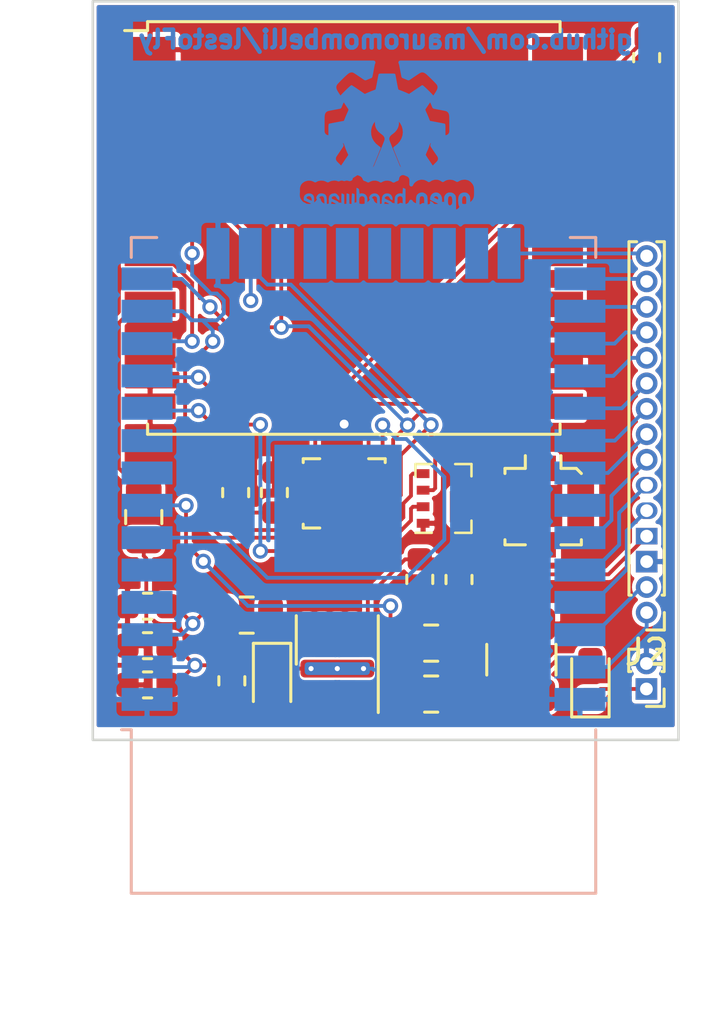
<source format=kicad_pcb>
(kicad_pcb (version 20171130) (host pcbnew 5.1.2)
  (layers (0 F.Cu signal) (31 B.Cu signal) (34 B.Paste user) (35 F.Paste user) (36 B.SilkS user) (37 F.SilkS user) (38 B.Mask user) (39 F.Mask user) (44 Edge.Cuts user))
  (net 0 "")
  (net 1 GND)
  (net 2 +3V3)
  (net 3 "Net-(C2-Pad1)")
  (net 4 VCC)
  (net 5 "Net-(D1-Pad1)")
  (net 6 "Net-(J5-Pad1)")
  (net 7 BAT_SCALED)
  (net 8 "Net-(U1-Pad32)")
  (net 9 "Net-(U1-Pad22)")
  (net 10 "Net-(U1-Pad21)")
  (net 11 "Net-(U1-Pad20)")
  (net 12 "Net-(U1-Pad19)")
  (net 13 "Net-(U1-Pad18)")
  (net 14 "Net-(U1-Pad17)")
  (net 15 MOSI)
  (net 16 MISO)
  (net 17 CLK)
  (net 18 CS_LORA)
  (net 19 CS_BARO)
  (net 20 CS_IMU)
  (net 21 "Net-(U1-Pad9)")
  (net 22 "Net-(U1-Pad8)")
  (net 23 INT_IMU)
  (net 24 "Net-(U1-Pad5)")
  (net 25 "Net-(U1-Pad4)")
  (net 26 "Net-(U2-Pad5)")
  (net 27 "Net-(U2-Pad8)")
  (net 28 "Net-(U2-Pad9)")
  (net 29 "Net-(U2-Pad10)")
  (net 30 "Net-(U4-Pad16)")
  (net 31 "Net-(U4-Pad15)")
  (net 32 "Net-(U4-Pad14)")
  (net 33 "Net-(U4-Pad12)")
  (net 34 "Net-(U4-Pad11)")
  (net 35 "Net-(U4-Pad7)")
  (net 36 "Net-(U5-Pad11)")
  (net 37 "Net-(U5-Pad10)")
  (net 38 "Net-(U5-Pad9)")
  (net 39 "Net-(U1-Pad23)")
  (net 40 15)
  (net 41 14)
  (net 42 13)
  (net 43 12)
  (net 44 11)
  (net 45 10)
  (net 46 9)
  (net 47 8)
  (net 48 7)
  (net 49 6)
  (net 50 5)
  (net 51 2)
  (net 52 1)
  (net 53 "Net-(R4-Pad1)")
  (module Symbol:OSHW-Logo2_7.3x6mm_Copper (layer B.Cu) (at 97.55 45.6 180)
    (fp_text reference REF** hide)
    (fp_text value OSHW-Logo2_7.3x6mm_Copper hide)
    (fp_poly (pts (xy 0.10391 2.757652) (xy 0.182454 2.757222) (xy 0.239298 2.756058) (xy 0.278105 2.753793) (xy 0.302538 2.75006) (xy 0.316262 2.744494) (xy 0.32294 2.736727) (xy 0.326236 2.726395) (xy 0.326556 2.725057) (xy 0.331562 2.700921) (xy 0.340829 2.653299) (xy 0.353392 2.587259) (xy 0.368287 2.507872) (xy 0.384551 2.420204) (xy 0.385119 2.417125) (xy 0.40141 2.331211) (xy 0.416652 2.255304) (xy 0.429861 2.193955) (xy 0.440054 2.151718) (xy 0.446248 2.133145) (xy 0.446543 2.132816) (xy 0.464788 2.123747) (xy 0.502405 2.108633) (xy 0.551271 2.090738) (xy 0.551543 2.090642) (xy 0.613093 2.067507) (xy 0.685657 2.038035) (xy 0.754057 2.008403) (xy 0.757294 2.006938) (xy 0.868702 1.956374) (xy 1.115399 2.12484) (xy 1.191077 2.176197) (xy 1.259631 2.222111) (xy 1.317088 2.25997) (xy 1.359476 2.287163) (xy 1.382825 2.301079) (xy 1.385042 2.302111) (xy 1.40201 2.297516) (xy 1.433701 2.275345) (xy 1.481352 2.234553) (xy 1.546198 2.174095) (xy 1.612397 2.109773) (xy 1.676214 2.046388) (xy 1.733329 1.988549) (xy 1.780305 1.939825) (xy 1.813703 1.90379) (xy 1.830085 1.884016) (xy 1.830694 1.882998) (xy 1.832505 1.869428) (xy 1.825683 1.847267) (xy 1.80854 1.813522) (xy 1.779393 1.7652) (xy 1.736555 1.699308) (xy 1.679448 1.614483) (xy 1.628766 1.539823) (xy 1.583461 1.47286) (xy 1.54615 1.417484) (xy 1.519452 1.37758) (xy 1.505985 1.357038) (xy 1.505137 1.355644) (xy 1.506781 1.335962) (xy 1.519245 1.297707) (xy 1.540048 1.248111) (xy 1.547462 1.232272) (xy 1.579814 1.16171) (xy 1.614328 1.081647) (xy 1.642365 1.012371) (xy 1.662568 0.960955) (xy 1.678615 0.921881) (xy 1.687888 0.901459) (xy 1.689041 0.899886) (xy 1.706096 0.897279) (xy 1.746298 0.890137) (xy 1.804302 0.879477) (xy 1.874763 0.866315) (xy 1.952335 0.851667) (xy 2.031672 0.836551) (xy 2.107431 0.821982) (xy 2.174264 0.808978) (xy 2.226828 0.798555) (xy 2.259776 0.79173) (xy 2.267857 0.789801) (xy 2.276205 0.785038) (xy 2.282506 0.774282) (xy 2.287045 0.753902) (xy 2.290104 0.720266) (xy 2.291967 0.669745) (xy 2.292918 0.598708) (xy 2.29324 0.503524) (xy 2.293257 0.464508) (xy 2.293257 0.147201) (xy 2.217057 0.132161) (xy 2.174663 0.124005) (xy 2.1114 0.112101) (xy 2.034962 0.097884) (xy 1.953043 0.08279) (xy 1.9304 0.078645) (xy 1.854806 0.063947) (xy 1.788953 0.049495) (xy 1.738366 0.036625) (xy 1.708574 0.026678) (xy 1.703612 0.023713) (xy 1.691426 0.002717) (xy 1.673953 -0.037967) (xy 1.654577 -0.090322) (xy 1.650734 -0.1016) (xy 1.625339 -0.171523) (xy 1.593817 -0.250418) (xy 1.562969 -0.321266) (xy 1.562817 -0.321595) (xy 1.511447 -0.432733) (xy 1.680399 -0.681253) (xy 1.849352 -0.929772) (xy 1.632429 -1.147058) (xy 1.566819 -1.211726) (xy 1.506979 -1.268733) (xy 1.456267 -1.315033) (xy 1.418046 -1.347584) (xy 1.395675 -1.363343) (xy 1.392466 -1.364343) (xy 1.373626 -1.356469) (xy 1.33518 -1.334578) (xy 1.28133 -1.301267) (xy 1.216276 -1.259131) (xy 1.14594 -1.211943) (xy 1.074555 -1.16381) (xy 1.010908 -1.121928) (xy 0.959041 -1.088871) (xy 0.922995 -1.067218) (xy 0.906867 -1.059543) (xy 0.887189 -1.066037) (xy 0.849875 -1.08315) (xy 0.802621 -1.107326) (xy 0.797612 -1.110013) (xy 0.733977 -1.141927) (xy 0.690341 -1.157579) (xy 0.663202 -1.157745) (xy 0.649057 -1.143204) (xy 0.648975 -1.143) (xy 0.641905 -1.125779) (xy 0.625042 -1.084899) (xy 0.599695 -1.023525) (xy 0.567171 -0.944819) (xy 0.528778 -0.851947) (xy 0.485822 -0.748072) (xy 0.444222 -0.647502) (xy 0.398504 -0.536516) (xy 0.356526 -0.433703) (xy 0.319548 -0.342215) (xy 0.288827 -0.265201) (xy 0.265622 -0.205815) (xy 0.25119 -0.167209) (xy 0.246743 -0.1528) (xy 0.257896 -0.136272) (xy 0.287069 -0.10993) (xy 0.325971 -0.080887) (xy 0.436757 0.010961) (xy 0.523351 0.116241) (xy 0.584716 0.232734) (xy 0.619815 0.358224) (xy 0.627608 0.490493) (xy 0.621943 0.551543) (xy 0.591078 0.678205) (xy 0.53792 0.790059) (xy 0.465767 0.885999) (xy 0.377917 0.964924) (xy 0.277665 1.02573) (xy 0.16831 1.067313) (xy 0.053147 1.088572) (xy -0.064525 1.088401) (xy -0.18141 1.065699) (xy -0.294211 1.019362) (xy -0.399631 0.948287) (xy -0.443632 0.908089) (xy -0.528021 0.804871) (xy -0.586778 0.692075) (xy -0.620296 0.57299) (xy -0.628965 0.450905) (xy -0.613177 0.329107) (xy -0.573322 0.210884) (xy -0.509793 0.099525) (xy -0.422979 -0.001684) (xy -0.325971 -0.080887) (xy -0.285563 -0.111162) (xy -0.257018 -0.137219) (xy -0.246743 -0.152825) (xy -0.252123 -0.169843) (xy -0.267425 -0.2105) (xy -0.291388 -0.271642) (xy -0.322756 -0.350119) (xy -0.360268 -0.44278) (xy -0.402667 -0.546472) (xy -0.444337 -0.647526) (xy -0.49031 -0.758607) (xy -0.532893 -0.861541) (xy -0.570779 -0.953165) (xy -0.60266 -1.030316) (xy -0.627229 -1.089831) (xy -0.64318 -1.128544) (xy -0.64909 -1.143) (xy -0.663052 -1.157685) (xy -0.69006 -1.157642) (xy -0.733587 -1.142099) (xy -0.79711 -1.110284) (xy -0.797612 -1.110013) (xy -0.84544 -1.085323) (xy -0.884103 -1.067338) (xy -0.905905 -1.059614) (xy -0.906867 -1.059543) (xy -0.923279 -1.067378) (xy -0.959513 -1.089165) (xy -1.011526 -1.122328) (xy -1.075275 -1.164291) (xy -1.14594 -1.211943) (xy -1.217884 -1.260191) (xy -1.282726 -1.302151) (xy -1.336265 -1.335227) (xy -1.374303 -1.356821) (xy -1.392467 -1.364343) (xy -1.409192 -1.354457) (xy -1.44282 -1.326826) (xy -1.48999 -1.284495) (xy -1.547342 -1.230505) (xy -1.611516 -1.167899) (xy -1.632503 -1.146983) (xy -1.849501 -0.929623) (xy -1.684332 -0.68722) (xy -1.634136 -0.612781) (xy -1.590081 -0.545972) (xy -1.554638 -0.490665) (xy -1.530281 -0.450729) (xy -1.519478 -0.430036) (xy -1.519162 -0.428563) (xy -1.524857 -0.409058) (xy -1.540174 -0.369822) (xy -1.562463 -0.31743) (xy -1.578107 -0.282355) (xy -1.607359 -0.215201) (xy -1.634906 -0.147358) (xy -1.656263 -0.090034) (xy -1.662065 -0.072572) (xy -1.678548 -0.025938) (xy -1.69466 0.010095) (xy -1.70351 0.023713) (xy -1.72304 0.032048) (xy -1.765666 0.043863) (xy -1.825855 0.057819) (xy -1.898078 0.072578) (xy -1.9304 0.078645) (xy -2.012478 0.093727) (xy -2.091205 0.108331) (xy -2.158891 0.12102) (xy -2.20784 0.130358) (xy -2.217057 0.132161) (xy -2.293257 0.147201) (xy -2.293257 0.464508) (xy -2.293086 0.568846) (xy -2.292384 0.647787) (xy -2.290866 0.704962) (xy -2.288251 0.744001) (xy -2.284254 0.768535) (xy -2.278591 0.782195) (xy -2.27098 0.788611) (xy -2.267857 0.789801) (xy -2.249022 0.79402) (xy -2.207412 0.802438) (xy -2.14837 0.814039) (xy -2.077243 0.827805) (xy -1.999375 0.84272) (xy -1.920113 0.857768) (xy -1.844802 0.871931) (xy -1.778787 0.884194) (xy -1.727413 0.893539) (xy -1.696025 0.89895) (xy -1.689041 0.899886) (xy -1.682715 0.912404) (xy -1.66871 0.945754) (xy -1.649645 0.993623) (xy -1.642366 1.012371) (xy -1.613004 1.084805) (xy -1.578429 1.16483) (xy -1.547463 1.232272) (xy -1.524677 1.283841) (xy -1.509518 1.326215) (xy -1.504458 1.352166) (xy -1.505264 1.355644) (xy -1.515959 1.372064) (xy -1.54038 1.408583) (xy -1.575905 1.461313) (xy -1.619913 1.526365) (xy -1.669783 1.599849) (xy -1.679644 1.614355) (xy -1.737508 1.700296) (xy -1.780044 1.765739) (xy -1.808946 1.813696) (xy -1.82591 1.84718) (xy -1.832633 1.869205) (xy -1.83081 1.882783) (xy -1.830764 1.882869) (xy -1.816414 1.900703) (xy -1.784677 1.935183) (xy -1.73899 1.982732) (xy -1.682796 2.039778) (xy -1.619532 2.102745) (xy -1.612398 2.109773) (xy -1.53267 2.18698) (xy -1.471143 2.24367) (xy -1.426579 2.28089) (xy -1.397743 2.299685) (xy -1.385042 2.302111) (xy -1.366506 2.291529) (xy -1.328039 2.267084) (xy -1.273614 2.231388) (xy -1.207202 2.187053) (xy -1.132775 2.136689) (xy -1.115399 2.12484) (xy -0.868703 1.956374) (xy -0.757294 2.006938) (xy -0.689543 2.036405) (xy -0.616817 2.066041) (xy -0.554297 2.08967) (xy -0.551543 2.090642) (xy -0.50264 2.108543) (xy -0.464943 2.12368) (xy -0.446575 2.13279) (xy -0.446544 2.132816) (xy -0.440715 2.149283) (xy -0.430808 2.189781) (xy -0.417805 2.249758) (xy -0.402691 2.32466) (xy -0.386448 2.409936) (xy -0.385119 2.417125) (xy -0.368825 2.504986) (xy -0.353867 2.58474) (xy -0.341209 2.651319) (xy -0.331814 2.699653) (xy -0.326646 2.724675) (xy -0.326556 2.725057) (xy -0.323411 2.735701) (xy -0.317296 2.743738) (xy -0.304547 2.749533) (xy -0.2815 2.753453) (xy -0.244491 2.755865) (xy -0.189856 2.757135) (xy -0.113933 2.757629) (xy -0.013056 2.757714) (xy 0 2.757714) (xy 0.10391 2.757652)) (layer B.Cu) (width 0.01))
    (fp_poly (pts (xy 3.153595 -1.966966) (xy 3.211021 -2.004497) (xy 3.238719 -2.038096) (xy 3.260662 -2.099064) (xy 3.262405 -2.147308) (xy 3.258457 -2.211816) (xy 3.109686 -2.276934) (xy 3.037349 -2.310202) (xy 2.990084 -2.336964) (xy 2.965507 -2.360144) (xy 2.961237 -2.382667) (xy 2.974889 -2.407455) (xy 2.989943 -2.423886) (xy 3.033746 -2.450235) (xy 3.081389 -2.452081) (xy 3.125145 -2.431546) (xy 3.157289 -2.390752) (xy 3.163038 -2.376347) (xy 3.190576 -2.331356) (xy 3.222258 -2.312182) (xy 3.265714 -2.295779) (xy 3.265714 -2.357966) (xy 3.261872 -2.400283) (xy 3.246823 -2.435969) (xy 3.21528 -2.476943) (xy 3.210592 -2.482267) (xy 3.175506 -2.51872) (xy 3.145347 -2.538283) (xy 3.107615 -2.547283) (xy 3.076335 -2.55023) (xy 3.020385 -2.550965) (xy 2.980555 -2.54166) (xy 2.955708 -2.527846) (xy 2.916656 -2.497467) (xy 2.889625 -2.464613) (xy 2.872517 -2.423294) (xy 2.863238 -2.367521) (xy 2.859693 -2.291305) (xy 2.85941 -2.252622) (xy 2.860372 -2.206247) (xy 2.948007 -2.206247) (xy 2.949023 -2.231126) (xy 2.951556 -2.2352) (xy 2.968274 -2.229665) (xy 3.004249 -2.215017) (xy 3.052331 -2.19419) (xy 3.062386 -2.189714) (xy 3.123152 -2.158814) (xy 3.156632 -2.131657) (xy 3.16399 -2.10622) (xy 3.146391 -2.080481) (xy 3.131856 -2.069109) (xy 3.07941 -2.046364) (xy 3.030322 -2.050122) (xy 2.989227 -2.077884) (xy 2.960758 -2.127152) (xy 2.951631 -2.166257) (xy 2.948007 -2.206247) (xy 2.860372 -2.206247) (xy 2.861285 -2.162249) (xy 2.868196 -2.095384) (xy 2.881884 -2.046695) (xy 2.904096 -2.010849) (xy 2.936574 -1.982513) (xy 2.950733 -1.973355) (xy 3.015053 -1.949507) (xy 3.085473 -1.948006) (xy 3.153595 -1.966966)) (layer B.Cu) (width 0.01))
    (fp_poly (pts (xy 2.6526 -1.958752) (xy 2.669948 -1.966334) (xy 2.711356 -1.999128) (xy 2.746765 -2.046547) (xy 2.768664 -2.097151) (xy 2.772229 -2.122098) (xy 2.760279 -2.156927) (xy 2.734067 -2.175357) (xy 2.705964 -2.186516) (xy 2.693095 -2.188572) (xy 2.686829 -2.173649) (xy 2.674456 -2.141175) (xy 2.669028 -2.126502) (xy 2.63859 -2.075744) (xy 2.59452 -2.050427) (xy 2.53801 -2.051206) (xy 2.533825 -2.052203) (xy 2.503655 -2.066507) (xy 2.481476 -2.094393) (xy 2.466327 -2.139287) (xy 2.45725 -2.204615) (xy 2.453286 -2.293804) (xy 2.452914 -2.341261) (xy 2.45273 -2.416071) (xy 2.451522 -2.467069) (xy 2.448309 -2.499471) (xy 2.442109 -2.518495) (xy 2.43194 -2.529356) (xy 2.416819 -2.537272) (xy 2.415946 -2.53767) (xy 2.386828 -2.549981) (xy 2.372403 -2.554514) (xy 2.370186 -2.540809) (xy 2.368289 -2.502925) (xy 2.366847 -2.445715) (xy 2.365998 -2.374027) (xy 2.365829 -2.321565) (xy 2.366692 -2.220047) (xy 2.37007 -2.143032) (xy 2.377142 -2.086023) (xy 2.389088 -2.044526) (xy 2.40709 -2.014043) (xy 2.432327 -1.99008) (xy 2.457247 -1.973355) (xy 2.517171 -1.951097) (xy 2.586911 -1.946076) (xy 2.6526 -1.958752)) (layer B.Cu) (width 0.01))
    (fp_poly (pts (xy 2.144876 -1.956335) (xy 2.186667 -1.975344) (xy 2.219469 -1.998378) (xy 2.243503 -2.024133) (xy 2.260097 -2.057358) (xy 2.270577 -2.1028) (xy 2.276271 -2.165207) (xy 2.278507 -2.249327) (xy 2.278743 -2.304721) (xy 2.278743 -2.520826) (xy 2.241774 -2.53767) (xy 2.212656 -2.549981) (xy 2.198231 -2.554514) (xy 2.195472 -2.541025) (xy 2.193282 -2.504653) (xy 2.191942 -2.451542) (xy 2.191657 -2.409372) (xy 2.190434 -2.348447) (xy 2.187136 -2.300115) (xy 2.182321 -2.270518) (xy 2.178496 -2.264229) (xy 2.152783 -2.270652) (xy 2.112418 -2.287125) (xy 2.065679 -2.309458) (xy 2.020845 -2.333457) (xy 1.986193 -2.35493) (xy 1.970002 -2.369685) (xy 1.969938 -2.369845) (xy 1.97133 -2.397152) (xy 1.983818 -2.423219) (xy 2.005743 -2.444392) (xy 2.037743 -2.451474) (xy 2.065092 -2.450649) (xy 2.103826 -2.450042) (xy 2.124158 -2.459116) (xy 2.136369 -2.483092) (xy 2.137909 -2.487613) (xy 2.143203 -2.521806) (xy 2.129047 -2.542568) (xy 2.092148 -2.552462) (xy 2.052289 -2.554292) (xy 1.980562 -2.540727) (xy 1.943432 -2.521355) (xy 1.897576 -2.475845) (xy 1.873256 -2.419983) (xy 1.871073 -2.360957) (xy 1.891629 -2.305953) (xy 1.922549 -2.271486) (xy 1.95342 -2.252189) (xy 2.001942 -2.227759) (xy 2.058485 -2.202985) (xy 2.06791 -2.199199) (xy 2.130019 -2.171791) (xy 2.165822 -2.147634) (xy 2.177337 -2.123619) (xy 2.16658 -2.096635) (xy 2.148114 -2.075543) (xy 2.104469 -2.049572) (xy 2.056446 -2.047624) (xy 2.012406 -2.067637) (xy 1.980709 -2.107551) (xy 1.976549 -2.117848) (xy 1.952327 -2.155724) (xy 1.916965 -2.183842) (xy 1.872343 -2.206917) (xy 1.872343 -2.141485) (xy 1.874969 -2.101506) (xy 1.88623 -2.069997) (xy 1.911199 -2.036378) (xy 1.935169 -2.010484) (xy 1.972441 -1.973817) (xy 2.001401 -1.954121) (xy 2.032505 -1.94622) (xy 2.067713 -1.944914) (xy 2.144876 -1.956335)) (layer B.Cu) (width 0.01))
    (fp_poly (pts (xy 1.779833 -1.958663) (xy 1.782048 -1.99685) (xy 1.783784 -2.054886) (xy 1.784899 -2.12818) (xy 1.785257 -2.205055) (xy 1.785257 -2.465196) (xy 1.739326 -2.511127) (xy 1.707675 -2.539429) (xy 1.67989 -2.550893) (xy 1.641915 -2.550168) (xy 1.62684 -2.548321) (xy 1.579726 -2.542948) (xy 1.540756 -2.539869) (xy 1.531257 -2.539585) (xy 1.499233 -2.541445) (xy 1.453432 -2.546114) (xy 1.435674 -2.548321) (xy 1.392057 -2.551735) (xy 1.362745 -2.54432) (xy 1.33368 -2.521427) (xy 1.323188 -2.511127) (xy 1.277257 -2.465196) (xy 1.277257 -1.978602) (xy 1.314226 -1.961758) (xy 1.346059 -1.949282) (xy 1.364683 -1.944914) (xy 1.369458 -1.958718) (xy 1.373921 -1.997286) (xy 1.377775 -2.056356) (xy 1.380722 -2.131663) (xy 1.382143 -2.195286) (xy 1.386114 -2.445657) (xy 1.420759 -2.450556) (xy 1.452268 -2.447131) (xy 1.467708 -2.436041) (xy 1.472023 -2.415308) (xy 1.475708 -2.371145) (xy 1.478469 -2.309146) (xy 1.480012 -2.234909) (xy 1.480235 -2.196706) (xy 1.480457 -1.976783) (xy 1.526166 -1.960849) (xy 1.558518 -1.950015) (xy 1.576115 -1.944962) (xy 1.576623 -1.944914) (xy 1.578388 -1.958648) (xy 1.580329 -1.99673) (xy 1.582282 -2.054482) (xy 1.584084 -2.127227) (xy 1.585343 -2.195286) (xy 1.589314 -2.445657) (xy 1.6764 -2.445657) (xy 1.680396 -2.21724) (xy 1.684392 -1.988822) (xy 1.726847 -1.966868) (xy 1.758192 -1.951793) (xy 1.776744 -1.944951) (xy 1.777279 -1.944914) (xy 1.779833 -1.958663)) (layer B.Cu) (width 0.01))
    (fp_poly (pts (xy 1.190117 -2.065358) (xy 1.189933 -2.173837) (xy 1.189219 -2.257287) (xy 1.187675 -2.319704) (xy 1.185001 -2.365085) (xy 1.180894 -2.397429) (xy 1.175055 -2.420733) (xy 1.167182 -2.438995) (xy 1.161221 -2.449418) (xy 1.111855 -2.505945) (xy 1.049264 -2.541377) (xy 0.980013 -2.55409) (xy 0.910668 -2.542463) (xy 0.869375 -2.521568) (xy 0.826025 -2.485422) (xy 0.796481 -2.441276) (xy 0.778655 -2.383462) (xy 0.770463 -2.306313) (xy 0.769302 -2.249714) (xy 0.769458 -2.245647) (xy 0.870857 -2.245647) (xy 0.871476 -2.31055) (xy 0.874314 -2.353514) (xy 0.88084 -2.381622) (xy 0.892523 -2.401953) (xy 0.906483 -2.417288) (xy 0.953365 -2.44689) (xy 1.003701 -2.449419) (xy 1.051276 -2.424705) (xy 1.054979 -2.421356) (xy 1.070783 -2.403935) (xy 1.080693 -2.383209) (xy 1.086058 -2.352362) (xy 1.088228 -2.304577) (xy 1.088571 -2.251748) (xy 1.087827 -2.185381) (xy 1.084748 -2.141106) (xy 1.078061 -2.112009) (xy 1.066496 -2.091173) (xy 1.057013 -2.080107) (xy 1.01296 -2.052198) (xy 0.962224 -2.048843) (xy 0.913796 -2.070159) (xy 0.90445 -2.078073) (xy 0.88854 -2.095647) (xy 0.87861 -2.116587) (xy 0.873278 -2.147782) (xy 0.871163 -2.196122) (xy 0.870857 -2.245647) (xy 0.769458 -2.245647) (xy 0.77281 -2.158568) (xy 0.784726 -2.090086) (xy 0.807135 -2.0386) (xy 0.842124 -1.998443) (xy 0.869375 -1.977861) (xy 0.918907 -1.955625) (xy 0.976316 -1.945304) (xy 1.029682 -1.948067) (xy 1.059543 -1.959212) (xy 1.071261 -1.962383) (xy 1.079037 -1.950557) (xy 1.084465 -1.918866) (xy 1.088571 -1.870593) (xy 1.093067 -1.816829) (xy 1.099313 -1.784482) (xy 1.110676 -1.765985) (xy 1.130528 -1.75377) (xy 1.143 -1.748362) (xy 1.190171 -1.728601) (xy 1.190117 -2.065358)) (layer B.Cu) (width 0.01))
    (fp_poly (pts (xy 0.529926 -1.949755) (xy 0.595858 -1.974084) (xy 0.649273 -2.017117) (xy 0.670164 -2.047409) (xy 0.692939 -2.102994) (xy 0.692466 -2.143186) (xy 0.668562 -2.170217) (xy 0.659717 -2.174813) (xy 0.62153 -2.189144) (xy 0.602028 -2.185472) (xy 0.595422 -2.161407) (xy 0.595086 -2.148114) (xy 0.582992 -2.09921) (xy 0.551471 -2.064999) (xy 0.507659 -2.048476) (xy 0.458695 -2.052634) (xy 0.418894 -2.074227) (xy 0.40545 -2.086544) (xy 0.395921 -2.101487) (xy 0.389485 -2.124075) (xy 0.385317 -2.159328) (xy 0.382597 -2.212266) (xy 0.380502 -2.287907) (xy 0.37996 -2.311857) (xy 0.377981 -2.39379) (xy 0.375731 -2.451455) (xy 0.372357 -2.489608) (xy 0.367006 -2.513004) (xy 0.358824 -2.526398) (xy 0.346959 -2.534545) (xy 0.339362 -2.538144) (xy 0.307102 -2.550452) (xy 0.288111 -2.554514) (xy 0.281836 -2.540948) (xy 0.278006 -2.499934) (xy 0.2766 -2.430999) (xy 0.277598 -2.333669) (xy 0.277908 -2.318657) (xy 0.280101 -2.229859) (xy 0.282693 -2.165019) (xy 0.286382 -2.119067) (xy 0.291864 -2.086935) (xy 0.299835 -2.063553) (xy 0.310993 -2.043852) (xy 0.31683 -2.03541) (xy 0.350296 -1.998057) (xy 0.387727 -1.969003) (xy 0.392309 -1.966467) (xy 0.459426 -1.946443) (xy 0.529926 -1.949755)) (layer B.Cu) (width 0.01))
    (fp_poly (pts (xy 0.039744 -1.950968) (xy 0.096616 -1.972087) (xy 0.097267 -1.972493) (xy 0.13244 -1.99838) (xy 0.158407 -2.028633) (xy 0.17667 -2.068058) (xy 0.188732 -2.121462) (xy 0.196096 -2.193651) (xy 0.200264 -2.289432) (xy 0.200629 -2.303078) (xy 0.205876 -2.508842) (xy 0.161716 -2.531678) (xy 0.129763 -2.54711) (xy 0.11047 -2.554423) (xy 0.109578 -2.554514) (xy 0.106239 -2.541022) (xy 0.103587 -2.504626) (xy 0.101956 -2.451452) (xy 0.1016 -2.408393) (xy 0.101592 -2.338641) (xy 0.098403 -2.294837) (xy 0.087288 -2.273944) (xy 0.063501 -2.272925) (xy 0.022296 -2.288741) (xy -0.039914 -2.317815) (xy -0.085659 -2.341963) (xy -0.109187 -2.362913) (xy -0.116104 -2.385747) (xy -0.116114 -2.386877) (xy -0.104701 -2.426212) (xy -0.070908 -2.447462) (xy -0.019191 -2.450539) (xy 0.018061 -2.450006) (xy 0.037703 -2.460735) (xy 0.049952 -2.486505) (xy 0.057002 -2.519337) (xy 0.046842 -2.537966) (xy 0.043017 -2.540632) (xy 0.007001 -2.55134) (xy -0.043434 -2.552856) (xy -0.095374 -2.545759) (xy -0.132178 -2.532788) (xy -0.183062 -2.489585) (xy -0.211986 -2.429446) (xy -0.217714 -2.382462) (xy -0.213343 -2.340082) (xy -0.197525 -2.305488) (xy -0.166203 -2.274763) (xy -0.115322 -2.24399) (xy -0.040824 -2.209252) (xy -0.036286 -2.207288) (xy 0.030821 -2.176287) (xy 0.072232 -2.150862) (xy 0.089981 -2.128014) (xy 0.086107 -2.104745) (xy 0.062643 -2.078056) (xy 0.055627 -2.071914) (xy 0.00863 -2.0481) (xy -0.040067 -2.049103) (xy -0.082478 -2.072451) (xy -0.110616 -2.115675) (xy -0.113231 -2.12416) (xy -0.138692 -2.165308) (xy -0.170999 -2.185128) (xy -0.217714 -2.20477) (xy -0.217714 -2.15395) (xy -0.203504 -2.080082) (xy -0.161325 -2.012327) (xy -0.139376 -1.989661) (xy -0.089483 -1.960569) (xy -0.026033 -1.9474) (xy 0.039744 -1.950968)) (layer B.Cu) (width 0.01))
    (fp_poly (pts (xy -0.624114 -1.851289) (xy -0.619861 -1.910613) (xy -0.614975 -1.945572) (xy -0.608205 -1.96082) (xy -0.598298 -1.961015) (xy -0.595086 -1.959195) (xy -0.552356 -1.946015) (xy -0.496773 -1.946785) (xy -0.440263 -1.960333) (xy -0.404918 -1.977861) (xy -0.368679 -2.005861) (xy -0.342187 -2.037549) (xy -0.324001 -2.077813) (xy -0.312678 -2.131543) (xy -0.306778 -2.203626) (xy -0.304857 -2.298951) (xy -0.304823 -2.317237) (xy -0.3048 -2.522646) (xy -0.350509 -2.53858) (xy -0.382973 -2.54942) (xy -0.400785 -2.554468) (xy -0.401309 -2.554514) (xy -0.403063 -2.540828) (xy -0.404556 -2.503076) (xy -0.405674 -2.446224) (xy -0.406303 -2.375234) (xy -0.4064 -2.332073) (xy -0.406602 -2.246973) (xy -0.407642 -2.185981) (xy -0.410169 -2.144177) (xy -0.414836 -2.116642) (xy -0.422293 -2.098456) (xy -0.433189 -2.084698) (xy -0.439993 -2.078073) (xy -0.486728 -2.051375) (xy -0.537728 -2.049375) (xy -0.583999 -2.071955) (xy -0.592556 -2.080107) (xy -0.605107 -2.095436) (xy -0.613812 -2.113618) (xy -0.619369 -2.139909) (xy -0.622474 -2.179562) (xy -0.623824 -2.237832) (xy -0.624114 -2.318173) (xy -0.624114 -2.522646) (xy -0.669823 -2.53858) (xy -0.702287 -2.54942) (xy -0.720099 -2.554468) (xy -0.720623 -2.554514) (xy -0.721963 -2.540623) (xy -0.723172 -2.501439) (xy -0.724199 -2.4407) (xy -0.724998 -2.362141) (xy -0.725519 -2.269498) (xy -0.725714 -2.166509) (xy -0.725714 -1.769342) (xy -0.678543 -1.749444) (xy -0.631371 -1.729547) (xy -0.624114 -1.851289)) (layer B.Cu) (width 0.01))
    (fp_poly (pts (xy -1.831697 -1.931239) (xy -1.774473 -1.969735) (xy -1.730251 -2.025335) (xy -1.703833 -2.096086) (xy -1.69849 -2.148162) (xy -1.699097 -2.169893) (xy -1.704178 -2.186531) (xy -1.718145 -2.201437) (xy -1.745411 -2.217973) (xy -1.790388 -2.239498) (xy -1.857489 -2.269374) (xy -1.857829 -2.269524) (xy -1.919593 -2.297813) (xy -1.970241 -2.322933) (xy -2.004596 -2.342179) (xy -2.017482 -2.352848) (xy -2.017486 -2.352934) (xy -2.006128 -2.376166) (xy -1.979569 -2.401774) (xy -1.949077 -2.420221) (xy -1.93363 -2.423886) (xy -1.891485 -2.411212) (xy -1.855192 -2.379471) (xy -1.837483 -2.344572) (xy -1.820448 -2.318845) (xy -1.787078 -2.289546) (xy -1.747851 -2.264235) (xy -1.713244 -2.250471) (xy -1.706007 -2.249714) (xy -1.697861 -2.26216) (xy -1.69737 -2.293972) (xy -1.703357 -2.336866) (xy -1.714643 -2.382558) (xy -1.73005 -2.422761) (xy -1.730829 -2.424322) (xy -1.777196 -2.489062) (xy -1.837289 -2.533097) (xy -1.905535 -2.554711) (xy -1.976362 -2.552185) (xy -2.044196 -2.523804) (xy -2.047212 -2.521808) (xy -2.100573 -2.473448) (xy -2.13566 -2.410352) (xy -2.155078 -2.327387) (xy -2.157684 -2.304078) (xy -2.162299 -2.194055) (xy -2.156767 -2.142748) (xy -2.017486 -2.142748) (xy -2.015676 -2.174753) (xy -2.005778 -2.184093) (xy -1.981102 -2.177105) (xy -1.942205 -2.160587) (xy -1.898725 -2.139881) (xy -1.897644 -2.139333) (xy -1.860791 -2.119949) (xy -1.846 -2.107013) (xy -1.849647 -2.093451) (xy -1.865005 -2.075632) (xy -1.904077 -2.049845) (xy -1.946154 -2.04795) (xy -1.983897 -2.066717) (xy -2.009966 -2.102915) (xy -2.017486 -2.142748) (xy -2.156767 -2.142748) (xy -2.152806 -2.106027) (xy -2.12845 -2.036212) (xy -2.094544 -1.987302) (xy -2.033347 -1.937878) (xy -1.965937 -1.913359) (xy -1.89712 -1.911797) (xy -1.831697 -1.931239)) (layer B.Cu) (width 0.01))
    (fp_poly (pts (xy -2.958885 -1.921962) (xy -2.890855 -1.957733) (xy -2.840649 -2.015301) (xy -2.822815 -2.052312) (xy -2.808937 -2.107882) (xy -2.801833 -2.178096) (xy -2.80116 -2.254727) (xy -2.806573 -2.329552) (xy -2.81773 -2.394342) (xy -2.834286 -2.440873) (xy -2.839374 -2.448887) (xy -2.899645 -2.508707) (xy -2.971231 -2.544535) (xy -3.048908 -2.55502) (xy -3.127452 -2.53881) (xy -3.149311 -2.529092) (xy -3.191878 -2.499143) (xy -3.229237 -2.459433) (xy -3.232768 -2.454397) (xy -3.247119 -2.430124) (xy -3.256606 -2.404178) (xy -3.26221 -2.370022) (xy -3.264914 -2.321119) (xy -3.265701 -2.250935) (xy -3.265714 -2.2352) (xy -3.265678 -2.230192) (xy -3.120571 -2.230192) (xy -3.119727 -2.29643) (xy -3.116404 -2.340386) (xy -3.109417 -2.368779) (xy -3.097584 -2.388325) (xy -3.091543 -2.394857) (xy -3.056814 -2.41968) (xy -3.023097 -2.418548) (xy -2.989005 -2.397016) (xy -2.968671 -2.374029) (xy -2.956629 -2.340478) (xy -2.949866 -2.287569) (xy -2.949402 -2.281399) (xy -2.948248 -2.185513) (xy -2.960312 -2.114299) (xy -2.98543 -2.068194) (xy -3.02344 -2.047635) (xy -3.037008 -2.046514) (xy -3.072636 -2.052152) (xy -3.097006 -2.071686) (xy -3.111907 -2.109042) (xy -3.119125 -2.16815) (xy -3.120571 -2.230192) (xy -3.265678 -2.230192) (xy -3.265174 -2.160413) (xy -3.262904 -2.108159) (xy -3.257932 -2.071949) (xy -3.249287 -2.045299) (xy -3.235995 -2.021722) (xy -3.233057 -2.017338) (xy -3.183687 -1.958249) (xy -3.129891 -1.923947) (xy -3.064398 -1.910331) (xy -3.042158 -1.909665) (xy -2.958885 -1.921962)) (layer B.Cu) (width 0.01))
    (fp_poly (pts (xy -1.283907 -1.92778) (xy -1.237328 -1.954723) (xy -1.204943 -1.981466) (xy -1.181258 -2.009484) (xy -1.164941 -2.043748) (xy -1.154661 -2.089227) (xy -1.149086 -2.150892) (xy -1.146884 -2.233711) (xy -1.146629 -2.293246) (xy -1.146629 -2.512391) (xy -1.208314 -2.540044) (xy -1.27 -2.567697) (xy -1.277257 -2.32767) (xy -1.280256 -2.238028) (xy -1.283402 -2.172962) (xy -1.287299 -2.128026) (xy -1.292553 -2.09877) (xy -1.299769 -2.080748) (xy -1.30955 -2.069511) (xy -1.312688 -2.067079) (xy -1.360239 -2.048083) (xy -1.408303 -2.0556) (xy -1.436914 -2.075543) (xy -1.448553 -2.089675) (xy -1.456609 -2.10822) (xy -1.461729 -2.136334) (xy -1.464559 -2.179173) (xy -1.465744 -2.241895) (xy -1.465943 -2.307261) (xy -1.465982 -2.389268) (xy -1.467386 -2.447316) (xy -1.472086 -2.486465) (xy -1.482013 -2.51178) (xy -1.499097 -2.528323) (xy -1.525268 -2.541156) (xy -1.560225 -2.554491) (xy -1.598404 -2.569007) (xy -1.593859 -2.311389) (xy -1.592029 -2.218519) (xy -1.589888 -2.149889) (xy -1.586819 -2.100711) (xy -1.582206 -2.066198) (xy -1.575432 -2.041562) (xy -1.565881 -2.022016) (xy -1.554366 -2.00477) (xy -1.49881 -1.94968) (xy -1.43102 -1.917822) (xy -1.357287 -1.910191) (xy -1.283907 -1.92778)) (layer B.Cu) (width 0.01))
    (fp_poly (pts (xy -2.400256 -1.919918) (xy -2.344799 -1.947568) (xy -2.295852 -1.99848) (xy -2.282371 -2.017338) (xy -2.267686 -2.042015) (xy -2.258158 -2.068816) (xy -2.252707 -2.104587) (xy -2.250253 -2.156169) (xy -2.249714 -2.224267) (xy -2.252148 -2.317588) (xy -2.260606 -2.387657) (xy -2.276826 -2.439931) (xy -2.302546 -2.479869) (xy -2.339503 -2.512929) (xy -2.342218 -2.514886) (xy -2.37864 -2.534908) (xy -2.422498 -2.544815) (xy -2.478276 -2.547257) (xy -2.568952 -2.547257) (xy -2.56899 -2.635283) (xy -2.569834 -2.684308) (xy -2.574976 -2.713065) (xy -2.588413 -2.730311) (xy -2.614142 -2.744808) (xy -2.620321 -2.747769) (xy -2.649236 -2.761648) (xy -2.671624 -2.770414) (xy -2.688271 -2.771171) (xy -2.699964 -2.761023) (xy -2.70749 -2.737073) (xy -2.711634 -2.696426) (xy -2.713185 -2.636186) (xy -2.712929 -2.553455) (xy -2.711651 -2.445339) (xy -2.711252 -2.413) (xy -2.709815 -2.301524) (xy -2.708528 -2.228603) (xy -2.569029 -2.228603) (xy -2.568245 -2.290499) (xy -2.56476 -2.330997) (xy -2.556876 -2.357708) (xy -2.542895 -2.378244) (xy -2.533403 -2.38826) (xy -2.494596 -2.417567) (xy -2.460237 -2.419952) (xy -2.424784 -2.39575) (xy -2.423886 -2.394857) (xy -2.409461 -2.376153) (xy -2.400687 -2.350732) (xy -2.396261 -2.311584) (xy -2.394882 -2.251697) (xy -2.394857 -2.23843) (xy -2.398188 -2.155901) (xy -2.409031 -2.098691) (xy -2.42866 -2.063766) (xy -2.45835 -2.048094) (xy -2.475509 -2.046514) (xy -2.516234 -2.053926) (xy -2.544168 -2.07833) (xy -2.560983 -2.12298) (xy -2.56835 -2.19113) (xy -2.569029 -2.228603) (xy -2.708528 -2.228603) (xy -2.708292 -2.215245) (xy -2.706323 -2.150333) (xy -2.70355 -2.102958) (xy -2.699612 -2.06929) (xy -2.694151 -2.045498) (xy -2.686808 -2.027753) (xy -2.677223 -2.012224) (xy -2.673113 -2.006381) (xy -2.618595 -1.951185) (xy -2.549664 -1.91989) (xy -2.469928 -1.911165) (xy -2.400256 -1.919918)) (layer B.Cu) (width 0.01))
  )
  (module Connector_PinHeader_1.00mm:PinHeader_1x15_P1.00mm_Vertical (layer F.Cu) (at 107.75 64 180)
    (fp_text reference J2 (at 0 -1.56) (layer F.SilkS))
    (fp_text value Conn_01x15_Male)
    (pad 15 thru_hole oval (at 0 14 180) (size 0.85 0.85) (drill 0.5) (layers *.Cu *.Mask) (net 40 15))
    (pad 14 thru_hole oval (at 0 13 180) (size 0.85 0.85) (drill 0.5) (layers *.Cu *.Mask) (net 41 14))
    (pad 13 thru_hole oval (at 0 12 180) (size 0.85 0.85) (drill 0.5) (layers *.Cu *.Mask) (net 42 13))
    (pad 12 thru_hole oval (at 0 11 180) (size 0.85 0.85) (drill 0.5) (layers *.Cu *.Mask) (net 43 12))
    (pad 11 thru_hole oval (at 0 10 180) (size 0.85 0.85) (drill 0.5) (layers *.Cu *.Mask) (net 44 11))
    (pad 10 thru_hole oval (at 0 9 180) (size 0.85 0.85) (drill 0.5) (layers *.Cu *.Mask) (net 45 10))
    (pad 9 thru_hole oval (at 0 8 180) (size 0.85 0.85) (drill 0.5) (layers *.Cu *.Mask) (net 46 9))
    (pad 8 thru_hole oval (at 0 7 180) (size 0.85 0.85) (drill 0.5) (layers *.Cu *.Mask) (net 47 8))
    (pad 7 thru_hole oval (at 0 6 180) (size 0.85 0.85) (drill 0.5) (layers *.Cu *.Mask) (net 48 7))
    (pad 6 thru_hole oval (at 0 5 180) (size 0.85 0.65) (drill 0.5) (layers *.Cu *.Mask) (net 49 6))
    (pad 5 thru_hole oval (at 0 4 180) (size 0.85 0.65) (drill 0.5) (layers *.Cu *.Mask) (net 50 5))
    (pad 4 thru_hole rect (at 0 3 180) (size 0.85 0.65) (drill 0.5) (layers *.Cu *.Mask) (net 2 +3V3))
    (pad 3 thru_hole rect (at 0 2 180) (size 0.85 0.85) (drill 0.5) (layers *.Cu *.Mask) (net 1 GND))
    (pad 2 thru_hole oval (at 0 1 180) (size 0.85 0.85) (drill 0.5) (layers *.Cu *.Mask) (net 51 2))
    (pad 1 thru_hole circle (at 0 0 180) (size 0.85 0.85) (drill 0.5) (layers *.Cu *.Mask) (net 52 1))
  )
  (module RF_Module:HOPERF_RFM9XW_SMD (layer F.Cu) (at 96.25 48.9)
    (fp_text reference U4 hide)
    (fp_text value RFM95W-868S2)
    (pad 16 smd rect (at 8 -7) (size 2 1) (layers F.Cu F.Paste F.Mask) (net 30 "Net-(U4-Pad16)"))
    (pad 15 smd rect (at 8 -5) (size 2 1) (layers F.Cu F.Paste F.Mask) (net 31 "Net-(U4-Pad15)"))
    (pad 14 smd rect (at 8 -3) (size 2 1) (layers F.Cu F.Paste F.Mask) (net 32 "Net-(U4-Pad14)"))
    (pad 13 smd rect (at 8 -1) (size 2 1) (layers F.Cu F.Paste F.Mask) (net 2 +3V3))
    (pad 12 smd rect (at 8 1) (size 2 1) (layers F.Cu F.Paste F.Mask) (net 33 "Net-(U4-Pad12)"))
    (pad 11 smd rect (at 8 3) (size 2 1) (layers F.Cu F.Paste F.Mask) (net 34 "Net-(U4-Pad11)"))
    (pad 10 smd rect (at 8 5) (size 2 1) (layers F.Cu F.Paste F.Mask) (net 1 GND))
    (pad 9 smd rect (at 8 7) (size 2 1) (layers F.Cu F.Paste F.Mask) (net 6 "Net-(J5-Pad1)"))
    (pad 8 smd rect (at -8 7) (size 2 1) (layers F.Cu F.Paste F.Mask) (net 1 GND))
    (pad 7 smd rect (at -8 5) (size 2 1) (layers F.Cu F.Paste F.Mask) (net 35 "Net-(U4-Pad7)"))
    (pad 6 smd rect (at -8 3) (size 2 1) (layers F.Cu F.Paste F.Mask) (net 53 "Net-(R4-Pad1)"))
    (pad 5 smd rect (at -8 1) (size 2 1) (layers F.Cu F.Paste F.Mask) (net 18 CS_LORA))
    (pad 4 smd rect (at -8 -1) (size 2 1) (layers F.Cu F.Paste F.Mask) (net 17 CLK))
    (pad 3 smd rect (at -8 -3) (size 2 1) (layers F.Cu F.Paste F.Mask) (net 15 MOSI))
    (pad 2 smd rect (at -8 -5) (size 2 1) (layers F.Cu F.Paste F.Mask) (net 16 MISO))
    (pad 1 smd rect (at -8 -7) (size 2 1) (layers F.Cu F.Paste F.Mask) (net 1 GND))
  )
  (module Package_LGA:LGA-14_3x2.5mm_P0.5mm_LayoutBorder3x4y (layer F.Cu) (at 95.8725 59.32 180)
    (fp_text reference U5 hide)
    (fp_text value BMX160)
    (pad 14 smd custom (at -0.5 -0.8875 180) (size 0.4 0.4) (layers F.Cu F.Paste F.Mask) (net 15 MOSI) (options (clearance outline) (anchor circle)) (primitives (gr_poly (pts (xy -0.2 -0.3375) (xy 0.2 -0.3375) (xy 0.2 0.3375) (xy 0.05 0.3375) (xy -0.2 0.0875)) (width 0))))
    (pad 13 smd rect (at 0 -0.8875 180) (size 0.4 0.675) (layers F.Cu F.Paste F.Mask) (net 17 CLK))
    (pad 12 smd custom (at 0.5 -0.8875 180) (size 0.4 0.4) (layers F.Cu F.Paste F.Mask) (net 20 CS_IMU) (options (clearance outline) (anchor circle)) (primitives (gr_poly (pts (xy -0.2 -0.3375) (xy 0.2 -0.3375) (xy 0.2 0.0875) (xy -0.05 0.3375) (xy -0.2 0.3375)) (width 0))))
    (pad 11 smd custom (at 1.1375 -0.75 180) (size 0.4 0.4) (layers F.Cu F.Paste F.Mask) (net 36 "Net-(U5-Pad11)") (options (clearance outline) (anchor circle)) (primitives (gr_poly (pts (xy -0.3375 0.05) (xy -0.0875 -0.2) (xy 0.3375 -0.2) (xy 0.3375 0.2) (xy -0.3375 0.2)) (width 0))))
    (pad 10 smd rect (at 1.1375 -0.25 180) (size 0.675 0.4) (layers F.Cu F.Paste F.Mask) (net 37 "Net-(U5-Pad10)"))
    (pad 9 smd rect (at 1.1375 0.25 180) (size 0.675 0.4) (layers F.Cu F.Paste F.Mask) (net 38 "Net-(U5-Pad9)"))
    (pad 8 smd custom (at 1.1375 0.75 180) (size 0.4 0.4) (layers F.Cu F.Paste F.Mask) (net 2 +3V3) (options (clearance outline) (anchor circle)) (primitives (gr_poly (pts (xy -0.3375 -0.2) (xy 0.3375 -0.2) (xy 0.3375 0.2) (xy -0.0875 0.2) (xy -0.3375 -0.05)) (width 0))))
    (pad 7 smd custom (at 0.5 0.8875 180) (size 0.4 0.4) (layers F.Cu F.Paste F.Mask) (net 1 GND) (options (clearance outline) (anchor circle)) (primitives (gr_poly (pts (xy -0.2 -0.3375) (xy -0.05 -0.3375) (xy 0.2 -0.0875) (xy 0.2 0.3375) (xy -0.2 0.3375)) (width 0))))
    (pad 6 smd rect (at 0 0.8875 180) (size 0.4 0.675) (layers F.Cu F.Paste F.Mask) (net 1 GND))
    (pad 5 smd custom (at -0.5 0.8875 180) (size 0.4 0.4) (layers F.Cu F.Paste F.Mask) (net 2 +3V3) (options (clearance outline) (anchor circle)) (primitives (gr_poly (pts (xy -0.2 -0.0875) (xy 0.05 -0.3375) (xy 0.2 -0.3375) (xy 0.2 0.3375) (xy -0.2 0.3375)) (width 0))))
    (pad 4 smd custom (at -1.1375 0.75 180) (size 0.4 0.4) (layers F.Cu F.Paste F.Mask) (net 23 INT_IMU) (options (clearance outline) (anchor circle)) (primitives (gr_poly (pts (xy -0.3375 -0.2) (xy 0.3375 -0.2) (xy 0.3375 -0.05) (xy 0.0875 0.2) (xy -0.3375 0.2)) (width 0))))
    (pad 3 smd rect (at -1.1375 0.25 180) (size 0.675 0.4) (layers F.Cu F.Paste F.Mask) (net 1 GND))
    (pad 2 smd rect (at -1.1375 -0.25 180) (size 0.675 0.4) (layers F.Cu F.Paste F.Mask) (net 1 GND))
    (pad 1 smd custom (at -1.1375 -0.75 180) (size 0.4 0.4) (layers F.Cu F.Paste F.Mask) (net 16 MISO) (options (clearance outline) (anchor circle)) (primitives (gr_poly (pts (xy -0.3375 -0.2) (xy 0.0875 -0.2) (xy 0.3375 0.05) (xy 0.3375 0.2) (xy -0.3375 0.2)) (width 0))))
  )
  (module Resistor_SMD:R_0805_2012Metric (layer F.Cu) (at 88 60.25 270)
    (fp_text reference R4 hide)
    (fp_text value 10k)
    (pad 2 smd roundrect (at 0.9375 0 270) (size 0.975 1.4) (layers F.Cu F.Paste F.Mask) (net 2 +3V3))
    (pad 1 smd roundrect (at -0.9375 0 270) (size 0.975 1.4) (layers F.Cu F.Paste F.Mask) (net 53 "Net-(R4-Pad1)"))
  )
  (module Package_LGA:Bosch_LGA-8_2x2.5mm_P0.65mm_ClockwisePinNumbering (layer F.Cu) (at 99.77 59.52 90)
    (fp_text reference U3 hide)
    (fp_text value BMP280)
    (pad 8 smd rect (at -0.975 0.8 180) (size 0.5 0.35) (layers F.Cu F.Paste F.Mask) (net 2 +3V3))
    (pad 2 smd rect (at -0.325 -0.8 180) (size 0.5 0.35) (layers F.Cu F.Paste F.Mask) (net 19 CS_BARO))
    (pad 3 smd rect (at 0.325 -0.8 180) (size 0.5 0.35) (layers F.Cu F.Paste F.Mask) (net 15 MOSI))
    (pad 4 smd rect (at 0.975 -0.8 180) (size 0.5 0.35) (layers F.Cu F.Paste F.Mask) (net 17 CLK))
    (pad 7 smd rect (at -0.325 0.8 180) (size 0.5 0.35) (layers F.Cu F.Paste F.Mask) (net 1 GND))
    (pad 6 smd rect (at 0.325 0.8 180) (size 0.5 0.35) (layers F.Cu F.Paste F.Mask) (net 2 +3V3))
    (pad 5 smd rect (at 0.975 0.8 180) (size 0.5 0.35) (layers F.Cu F.Paste F.Mask) (net 16 MISO))
    (pad 1 smd rect (at -0.975 -0.8 180) (size 0.5 0.35) (layers F.Cu F.Paste F.Mask) (net 1 GND))
  )
  (module Package_LGA:Texas_SIL0010A_MicroSiP-10-1EP_3.8x3mm_P0.6mm_EP0.7x2.9mm_ThermalVias (layer F.Cu) (at 95.6 66.025 90)
    (fp_text reference U2 hide)
    (fp_text value LMZM23601V3)
    (pad 11 smd roundrect (at -0.175 0 90) (size 0.7 2.9) (layers F.Cu F.Mask) (net 1 GND))
    (pad 11 thru_hole circle (at -0.175 -1.03 90) (size 0.5 0.5) (drill 0.2) (layers *.Cu) (net 1 GND))
    (pad 11 thru_hole circle (at -0.175 0 90) (size 0.5 0.5) (drill 0.2) (layers *.Cu) (net 1 GND))
    (pad 11 thru_hole circle (at -0.175 1.03 90) (size 0.5 0.5) (drill 0.2) (layers *.Cu) (net 1 GND))
    (pad 11 smd roundrect (at -0.175 0 90) (size 0.5 2.56) (layers B.Cu) (net 1 GND))
    (pad 1 smd roundrect (at -1.525 -1.2 90) (size 0.8 0.45) (layers F.Cu F.Paste F.Mask) (net 1 GND))
    (pad 2 smd roundrect (at -1.525 -0.6 90) (size 0.8 0.45) (layers F.Cu F.Paste F.Mask) (net 4 VCC))
    (pad 3 smd roundrect (at -1.525 0 90) (size 0.8 0.45) (layers F.Cu F.Paste F.Mask) (net 4 VCC))
    (pad 4 smd roundrect (at -1.525 0.6 90) (size 0.8 0.45) (layers F.Cu F.Paste F.Mask) (net 4 VCC))
    (pad 5 smd roundrect (at -1.525 1.2 90) (size 0.8 0.45) (layers F.Cu F.Paste F.Mask) (net 26 "Net-(U2-Pad5)"))
    (pad 6 smd roundrect (at 1.525 1.2 90) (size 0.8 0.45) (layers F.Cu F.Paste F.Mask) (net 2 +3V3))
    (pad 7 smd roundrect (at 1.525 0.6 90) (size 0.8 0.45) (layers F.Cu F.Paste F.Mask) (net 2 +3V3))
    (pad 8 smd roundrect (at 1.525 0 90) (size 0.8 0.45) (layers F.Cu F.Paste F.Mask) (net 27 "Net-(U2-Pad8)"))
    (pad 9 smd roundrect (at 1.525 -0.6 90) (size 0.8 0.45) (layers F.Cu F.Paste F.Mask) (net 28 "Net-(U2-Pad9)"))
    (pad 10 smd roundrect (at 1.525 -1.2 90) (size 0.8 0.45) (layers F.Cu F.Paste F.Mask) (net 29 "Net-(U2-Pad10)"))
  )
  (module RF_Module:ESP32-WROOM-32 (layer B.Cu) (at 96.63 59.155)
    (fp_text reference U1 hide)
    (fp_text value ESP32-WROOM-32D)
    (pad 38 smd rect (at 8.5 8.255) (size 2 0.9) (layers B.Cu B.Paste B.Mask) (net 1 GND))
    (pad 37 smd rect (at 8.5 6.985) (size 2 0.9) (layers B.Cu B.Paste B.Mask) (net 52 1))
    (pad 36 smd rect (at 8.5 5.715) (size 2 0.9) (layers B.Cu B.Paste B.Mask) (net 51 2))
    (pad 35 smd rect (at 8.5 4.445) (size 2 0.9) (layers B.Cu B.Paste B.Mask) (net 50 5))
    (pad 34 smd rect (at 8.5 3.175) (size 2 0.9) (layers B.Cu B.Paste B.Mask) (net 49 6))
    (pad 33 smd rect (at 8.5 1.905) (size 2 0.9) (layers B.Cu B.Paste B.Mask) (net 48 7))
    (pad 32 smd rect (at 8.5 0.635) (size 2 0.9) (layers B.Cu B.Paste B.Mask) (net 8 "Net-(U1-Pad32)"))
    (pad 31 smd rect (at 8.5 -0.635) (size 2 0.9) (layers B.Cu B.Paste B.Mask) (net 47 8))
    (pad 30 smd rect (at 8.5 -1.905) (size 2 0.9) (layers B.Cu B.Paste B.Mask) (net 46 9))
    (pad 29 smd rect (at 8.5 -3.175) (size 2 0.9) (layers B.Cu B.Paste B.Mask) (net 45 10))
    (pad 28 smd rect (at 8.5 -4.445) (size 2 0.9) (layers B.Cu B.Paste B.Mask) (net 44 11))
    (pad 27 smd rect (at 8.5 -5.715) (size 2 0.9) (layers B.Cu B.Paste B.Mask) (net 43 12))
    (pad 26 smd rect (at 8.5 -6.985) (size 2 0.9) (layers B.Cu B.Paste B.Mask) (net 42 13))
    (pad 25 smd rect (at 8.5 -8.255) (size 2 0.9) (layers B.Cu B.Paste B.Mask) (net 41 14))
    (pad 24 smd rect (at 5.715 -9.255 270) (size 2 0.9) (layers B.Cu B.Paste B.Mask) (net 40 15))
    (pad 23 smd rect (at 4.445 -9.255 270) (size 2 0.9) (layers B.Cu B.Paste B.Mask) (net 39 "Net-(U1-Pad23)"))
    (pad 22 smd rect (at 3.175 -9.255 270) (size 2 0.9) (layers B.Cu B.Paste B.Mask) (net 9 "Net-(U1-Pad22)"))
    (pad 21 smd rect (at 1.905 -9.255 270) (size 2 0.9) (layers B.Cu B.Paste B.Mask) (net 10 "Net-(U1-Pad21)"))
    (pad 20 smd rect (at 0.635 -9.255 270) (size 2 0.9) (layers B.Cu B.Paste B.Mask) (net 11 "Net-(U1-Pad20)"))
    (pad 19 smd rect (at -0.635 -9.255 270) (size 2 0.9) (layers B.Cu B.Paste B.Mask) (net 12 "Net-(U1-Pad19)"))
    (pad 18 smd rect (at -1.905 -9.255 270) (size 2 0.9) (layers B.Cu B.Paste B.Mask) (net 13 "Net-(U1-Pad18)"))
    (pad 17 smd rect (at -3.175 -9.255 270) (size 2 0.9) (layers B.Cu B.Paste B.Mask) (net 14 "Net-(U1-Pad17)"))
    (pad 16 smd rect (at -4.445 -9.255 270) (size 2 0.9) (layers B.Cu B.Paste B.Mask) (net 15 MOSI))
    (pad 15 smd rect (at -5.715 -9.255 270) (size 2 0.9) (layers B.Cu B.Paste B.Mask) (net 1 GND))
    (pad 14 smd rect (at -8.5 -8.255) (size 2 0.9) (layers B.Cu B.Paste B.Mask) (net 16 MISO))
    (pad 13 smd rect (at -8.5 -6.985) (size 2 0.9) (layers B.Cu B.Paste B.Mask) (net 17 CLK))
    (pad 12 smd rect (at -8.5 -5.715) (size 2 0.9) (layers B.Cu B.Paste B.Mask) (net 18 CS_LORA))
    (pad 11 smd rect (at -8.5 -4.445) (size 2 0.9) (layers B.Cu B.Paste B.Mask) (net 19 CS_BARO))
    (pad 10 smd rect (at -8.5 -3.175) (size 2 0.9) (layers B.Cu B.Paste B.Mask) (net 20 CS_IMU))
    (pad 9 smd rect (at -8.5 -1.905) (size 2 0.9) (layers B.Cu B.Paste B.Mask) (net 21 "Net-(U1-Pad9)"))
    (pad 8 smd rect (at -8.5 -0.635) (size 2 0.9) (layers B.Cu B.Paste B.Mask) (net 22 "Net-(U1-Pad8)"))
    (pad 7 smd rect (at -8.5 0.635) (size 2 0.9) (layers B.Cu B.Paste B.Mask) (net 7 BAT_SCALED))
    (pad 6 smd rect (at -8.5 1.905) (size 2 0.9) (layers B.Cu B.Paste B.Mask) (net 23 INT_IMU))
    (pad 5 smd rect (at -8.5 3.175) (size 2 0.9) (layers B.Cu B.Paste B.Mask) (net 24 "Net-(U1-Pad5)"))
    (pad 4 smd rect (at -8.5 4.445) (size 2 0.9) (layers B.Cu B.Paste B.Mask) (net 25 "Net-(U1-Pad4)"))
    (pad 3 smd rect (at -8.5 5.715) (size 2 0.9) (layers B.Cu B.Paste B.Mask) (net 3 "Net-(C2-Pad1)"))
    (pad 2 smd rect (at -8.5 6.985) (size 2 0.9) (layers B.Cu B.Paste B.Mask) (net 2 +3V3))
    (pad 1 smd rect (at -8.5 8.255) (size 2 0.9) (layers B.Cu B.Paste B.Mask) (net 1 GND))
    (pad 39 smd rect (at -1 0.755) (size 5 5) (layers B.Cu B.Paste B.Mask))
  )
  (module Resistor_SMD:R_0805_2012Metric (layer F.Cu) (at 99.2875 65.2)
    (fp_text reference R3 hide)
    (fp_text value 1.5K)
    (pad 2 smd roundrect (at 0.9375 0) (size 0.975 1.4) (layers F.Cu F.Paste F.Mask) (net 1 GND))
    (pad 1 smd roundrect (at -0.9375 0) (size 0.975 1.4) (layers F.Cu F.Paste F.Mask) (net 7 BAT_SCALED))
  )
  (module Resistor_SMD:R_0805_2012Metric (layer F.Cu) (at 99.2875 67.2 180)
    (fp_text reference R2 hide)
    (fp_text value 18K)
    (pad 2 smd roundrect (at 0.9375 0 180) (size 0.975 1.4) (layers F.Cu F.Paste F.Mask) (net 7 BAT_SCALED))
    (pad 1 smd roundrect (at -0.9375 0 180) (size 0.975 1.4) (layers F.Cu F.Paste F.Mask) (net 4 VCC))
  )
  (module Resistor_SMD:R_0805_2012Metric (layer F.Cu) (at 92.0425 64.1 180)
    (fp_text reference R1 hide)
    (fp_text value 10K)
    (pad 2 smd roundrect (at 0.9375 0 180) (size 0.975 1.4) (layers F.Cu F.Paste F.Mask) (net 3 "Net-(C2-Pad1)"))
    (pad 1 smd roundrect (at -0.9375 0 180) (size 0.975 1.4) (layers F.Cu F.Paste F.Mask) (net 2 +3V3))
  )
  (module Connector_Coaxial:U.FL_Molex_MCRF_73412-0110_Vertical (layer F.Cu) (at 103.685 59.84 180)
    (fp_text reference J5 hide)
    (fp_text value Conn_Coaxial)
    (pad 1 smd rect (at 0 1.5 180) (size 1 1) (layers F.Cu F.Paste F.Mask) (net 6 "Net-(J5-Pad1)"))
    (pad 2 smd rect (at 0 -1.5 180) (size 1 1) (layers F.Cu F.Paste F.Mask) (net 1 GND))
    (pad 2 smd rect (at 1.475 0 180) (size 1.05 2.2) (layers F.Cu F.Paste F.Mask) (net 1 GND))
    (pad 2 smd rect (at -1.475 0 180) (size 1.05 2.2) (layers F.Cu F.Paste F.Mask) (net 1 GND))
  )
  (module Connector_PinHeader_1.00mm:PinHeader_1x02_P1.00mm_Vertical (layer F.Cu) (at 107.74 67 180)
    (fp_text reference J1 hide)
    (fp_text value Conn_01x02_Male)
    (pad 2 thru_hole oval (at 0 1 180) (size 0.85 0.85) (drill 0.5) (layers *.Cu *.Mask) (net 1 GND))
    (pad 1 thru_hole rect (at 0 0 180) (size 0.85 0.85) (drill 0.5) (layers *.Cu *.Mask) (net 5 "Net-(D1-Pad1)"))
  )
  (module Diode_SMD:D_0603_1608Metric (layer F.Cu) (at 93.04 66.6925 270)
    (fp_text reference D2 hide)
    (fp_text value D_Zener)
    (pad 2 smd roundrect (at 0.7875 0 270) (size 0.875 0.95) (layers F.Cu F.Paste F.Mask) (net 1 GND))
    (pad 1 smd roundrect (at -0.7875 0 270) (size 0.875 0.95) (layers F.Cu F.Paste F.Mask) (net 2 +3V3))
  )
  (module Diode_SMD:D_0603_1608Metric (layer F.Cu) (at 105.54 66.6125 90)
    (fp_text reference D1 hide)
    (fp_text value DIODE)
    (pad 2 smd roundrect (at 0.7875 0 90) (size 0.875 0.95) (layers F.Cu F.Paste F.Mask) (net 4 VCC))
    (pad 1 smd roundrect (at -0.7875 0 90) (size 0.875 0.95) (layers F.Cu F.Paste F.Mask) (net 5 "Net-(D1-Pad1)"))
  )
  (module Capacitor_SMD:C_0603_1608Metric (layer F.Cu) (at 93.13 59.2875 90)
    (fp_text reference C10 hide)
    (fp_text value 100nF)
    (pad 2 smd roundrect (at 0.7875 0 90) (size 0.875 0.95) (layers F.Cu F.Paste F.Mask) (net 1 GND))
    (pad 1 smd roundrect (at -0.7875 0 90) (size 0.875 0.95) (layers F.Cu F.Paste F.Mask) (net 2 +3V3))
  )
  (module Capacitor_SMD:C_0603_1608Metric (layer F.Cu) (at 100.38 62.7025 270)
    (fp_text reference C9 hide)
    (fp_text value 100nF)
    (pad 2 smd roundrect (at 0.7875 0 270) (size 0.875 0.95) (layers F.Cu F.Paste F.Mask) (net 1 GND))
    (pad 1 smd roundrect (at -0.7875 0 270) (size 0.875 0.95) (layers F.Cu F.Paste F.Mask) (net 2 +3V3))
  )
  (module Capacitor_SMD:C_0603_1608Metric (layer F.Cu) (at 107.75 42.2125 270)
    (fp_text reference C8 hide)
    (fp_text value 100nF)
    (pad 2 smd roundrect (at 0.7875 0 270) (size 0.875 0.95) (layers F.Cu F.Paste F.Mask) (net 1 GND))
    (pad 1 smd roundrect (at -0.7875 0 270) (size 0.875 0.95) (layers F.Cu F.Paste F.Mask) (net 2 +3V3))
  )
  (module Capacitor_SMD:C_0603_1608Metric (layer F.Cu) (at 91.61 59.29 90)
    (fp_text reference C7 hide)
    (fp_text value 100nF)
    (pad 2 smd roundrect (at 0.7875 0 90) (size 0.875 0.95) (layers F.Cu F.Paste F.Mask) (net 1 GND))
    (pad 1 smd roundrect (at -0.7875 0 90) (size 0.875 0.95) (layers F.Cu F.Paste F.Mask) (net 2 +3V3))
  )
  (module Capacitor_SMD:C_0603_1608Metric (layer F.Cu) (at 98.84 62.6975 270)
    (fp_text reference C6 hide)
    (fp_text value 100nF)
    (pad 2 smd roundrect (at 0.7875 0 270) (size 0.875 0.95) (layers F.Cu F.Paste F.Mask) (net 1 GND))
    (pad 1 smd roundrect (at -0.7875 0 270) (size 0.875 0.95) (layers F.Cu F.Paste F.Mask) (net 2 +3V3))
  )
  (module Capacitor_SMD:C_0603_1608Metric (layer F.Cu) (at 91.46 66.68 270)
    (fp_text reference C5 hide)
    (fp_text value 33uF)
    (pad 2 smd roundrect (at 0.7875 0 270) (size 0.875 0.95) (layers F.Cu F.Paste F.Mask) (net 1 GND))
    (pad 1 smd roundrect (at -0.7875 0 270) (size 0.875 0.95) (layers F.Cu F.Paste F.Mask) (net 2 +3V3))
  )
  (module Capacitor_SMD:C_1210_3225Metric (layer F.Cu) (at 102.83 65.85 90)
    (fp_text reference C4 hide)
    (fp_text value 10uF)
    (pad 2 smd roundrect (at 1.4 0 90) (size 1.25 2.65) (layers F.Cu F.Paste F.Mask) (roundrect_rratio 0.2) (net 1 GND))
    (pad 1 smd roundrect (at -1.4 0 90) (size 1.25 2.65) (layers F.Cu F.Paste F.Mask) (roundrect_rratio 0.2) (net 4 VCC))
  )
  (module Capacitor_SMD:C_0603_1608Metric (layer F.Cu) (at 88.1475 65.3 180)
    (fp_text reference C3 hide)
    (fp_text value 10uF)
    (pad 2 smd roundrect (at 0.7875 0 180) (size 0.875 0.95) (layers F.Cu F.Paste F.Mask) (net 1 GND))
    (pad 1 smd roundrect (at -0.7875 0 180) (size 0.875 0.95) (layers F.Cu F.Paste F.Mask) (net 2 +3V3))
  )
  (module Capacitor_SMD:C_0603_1608Metric (layer F.Cu) (at 88.15 63.75 180)
    (fp_text reference C2 hide)
    (fp_text value 0.1uF)
    (pad 2 smd roundrect (at 0.7875 0 180) (size 0.875 0.95) (layers F.Cu F.Paste F.Mask) (net 1 GND))
    (pad 1 smd roundrect (at -0.7875 0 180) (size 0.875 0.95) (layers F.Cu F.Paste F.Mask) (net 3 "Net-(C2-Pad1)"))
  )
  (module Capacitor_SMD:C_0603_1608Metric (layer F.Cu) (at 88.15 66.84 180)
    (fp_text reference C1 hide)
    (fp_text value 100nF)
    (pad 2 smd roundrect (at 0.7875 0 180) (size 0.875 0.95) (layers F.Cu F.Paste F.Mask) (net 1 GND))
    (pad 1 smd roundrect (at -0.7875 0 180) (size 0.875 0.95) (layers F.Cu F.Paste F.Mask) (net 2 +3V3))
  )
  (gr_text github.com/mauromombelli/lestoFly (at 97.5 41.5) (layer B.Cu) (effects (font (size 0.7 0.7) (thickness 0.175)) (justify mirror)))
  (gr_poly (pts (xy 109 40) (xy 86 40) (xy 86 69) (xy 109 69)) (layer Edge.Cuts) (width 0.1))
  (via (at 95.87 56.6) (size 0.6) (drill 0.35) (layers F.Cu B.Cu) (net 1))
  (segment (start 95.8725 56.6025) (end 95.87 56.6) (width 0.15) (layer F.Cu) (net 1))
  (segment (start 95.3725 58.4325) (end 95.8725 58.4325) (width 0.15) (layer F.Cu) (net 1))
  (segment (start 94.57 66.2) (end 94.05 66.2) (width 0.15) (layer F.Cu) (net 1))
  (segment (start 94.05 66.2) (end 94 66.25) (width 0.15) (layer F.Cu) (net 1))
  (segment (start 96.983553 66.2) (end 97.033553 66.25) (width 0.15) (layer B.Cu) (net 1))
  (segment (start 96.63 66.2) (end 96.983553 66.2) (width 0.15) (layer B.Cu) (net 1))
  (segment (start 95.6 66.2) (end 94.57 66.2) (width 0.15) (layer B.Cu) (net 1))
  (segment (start 95.6 66.2) (end 96.63 66.2) (width 0.15) (layer B.Cu) (net 1))
  (segment (start 93.501612 65.443388) (end 93.04 65.905) (width 0.15) (layer F.Cu) (net 2))
  (segment (start 95.756612 65.443388) (end 93.501612 65.443388) (width 0.15) (layer F.Cu) (net 2))
  (segment (start 96.2 65) (end 95.756612 65.443388) (width 0.15) (layer F.Cu) (net 2))
  (segment (start 96.2 64.5) (end 96.2 65) (width 0.15) (layer F.Cu) (net 2))
  (segment (start 96.2 64.5) (end 96.8 64.5) (width 0.15) (layer F.Cu) (net 2))
  (segment (start 93.04 64.16) (end 92.98 64.1) (width 0.15) (layer F.Cu) (net 2))
  (segment (start 93.04 65.905) (end 93.04 64.16) (width 0.15) (layer F.Cu) (net 2))
  (segment (start 96.829296 57.975704) (end 96.3725 58.4325) (width 0.15) (layer F.Cu) (net 2))
  (segment (start 96.829296 56.782294) (end 96.829296 57.975704) (width 0.15) (layer F.Cu) (net 2))
  (segment (start 96.122001 56.074999) (end 96.829296 56.782294) (width 0.15) (layer F.Cu) (net 2))
  (segment (start 95.617999 56.074999) (end 96.122001 56.074999) (width 0.15) (layer F.Cu) (net 2))
  (segment (start 94.735 56.957998) (end 95.617999 56.074999) (width 0.15) (layer F.Cu) (net 2))
  (segment (start 94.735 58.57) (end 94.735 56.957998) (width 0.15) (layer F.Cu) (net 2))
  (segment (start 93.591612 59.613388) (end 93.13 60.075) (width 0.15) (layer F.Cu) (net 2))
  (segment (start 93.591612 59.270886) (end 93.591612 59.613388) (width 0.15) (layer F.Cu) (net 2))
  (segment (start 94.292498 58.57) (end 93.591612 59.270886) (width 0.15) (layer F.Cu) (net 2))
  (segment (start 94.735 58.57) (end 94.292498 58.57) (width 0.15) (layer F.Cu) (net 2))
  (segment (start 91.6125 60.075) (end 91.61 60.0775) (width 0.15) (layer F.Cu) (net 2))
  (segment (start 93.13 60.075) (end 91.6125 60.075) (width 0.15) (layer F.Cu) (net 2))
  (segment (start 88.9375 65.3025) (end 88.935 65.3) (width 0.15) (layer F.Cu) (net 2))
  (segment (start 88.9375 66.84) (end 88.9375 65.3025) (width 0.15) (layer F.Cu) (net 2))
  (via (at 90.01 66.070002) (size 0.6) (drill 0.35) (layers F.Cu B.Cu) (net 2))
  (segment (start 90.175002 65.905) (end 90.01 66.070002) (width 0.15) (layer F.Cu) (net 2))
  (segment (start 88.13 66.14) (end 89.940002 66.14) (width 0.15) (layer B.Cu) (net 2))
  (segment (start 89.940002 66.14) (end 90.01 66.070002) (width 0.15) (layer B.Cu) (net 2))
  (segment (start 89.239998 65.3) (end 90.01 66.070002) (width 0.15) (layer F.Cu) (net 2))
  (segment (start 88.935 65.3) (end 89.239998 65.3) (width 0.15) (layer F.Cu) (net 2))
  (segment (start 89.240002 66.84) (end 90.01 66.070002) (width 0.15) (layer F.Cu) (net 2))
  (segment (start 88.9375 66.84) (end 89.240002 66.84) (width 0.15) (layer F.Cu) (net 2))
  (segment (start 91.282498 66.070002) (end 91.46 65.8925) (width 0.15) (layer F.Cu) (net 2))
  (segment (start 90.01 66.070002) (end 91.282498 66.070002) (width 0.15) (layer F.Cu) (net 2))
  (segment (start 93.0275 65.8925) (end 93.04 65.905) (width 0.15) (layer F.Cu) (net 2))
  (segment (start 91.46 65.8925) (end 93.0275 65.8925) (width 0.15) (layer F.Cu) (net 2))
  (segment (start 100.57 61.725) (end 100.38 61.915) (width 0.15) (layer F.Cu) (net 2))
  (segment (start 100.57 60.495) (end 100.57 61.725) (width 0.15) (layer F.Cu) (net 2))
  (segment (start 100.094999 60.419999) (end 100.17 60.495) (width 0.15) (layer F.Cu) (net 2))
  (segment (start 100.17 59.195) (end 100.094999 59.270001) (width 0.15) (layer F.Cu) (net 2))
  (segment (start 100.17 60.495) (end 100.57 60.495) (width 0.15) (layer F.Cu) (net 2))
  (segment (start 100.094999 59.270001) (end 100.094999 60.419999) (width 0.15) (layer F.Cu) (net 2))
  (segment (start 100.57 59.195) (end 100.17 59.195) (width 0.15) (layer F.Cu) (net 2))
  (segment (start 98.265 61.91) (end 98.84 61.91) (width 0.15) (layer F.Cu) (net 2))
  (segment (start 96.8 63.375) (end 98.265 61.91) (width 0.15) (layer F.Cu) (net 2))
  (segment (start 96.8 64.5) (end 96.8 63.375) (width 0.15) (layer F.Cu) (net 2))
  (segment (start 100.375 61.91) (end 100.38 61.915) (width 0.15) (layer F.Cu) (net 2))
  (segment (start 98.84 61.91) (end 100.375 61.91) (width 0.15) (layer F.Cu) (net 2))
  (segment (start 96.122001 54.877999) (end 96.122001 56.074999) (width 0.15) (layer F.Cu) (net 2))
  (segment (start 104.25 47.9) (end 103.1 47.9) (width 0.15) (layer F.Cu) (net 2))
  (segment (start 100.965 62.5) (end 100.38 61.915) (width 0.15) (layer F.Cu) (net 2))
  (segment (start 106.25 62.5) (end 100.965 62.5) (width 0.15) (layer F.Cu) (net 2))
  (segment (start 107.75 61) (end 106.25 62.5) (width 0.15) (layer F.Cu) (net 2))
  (segment (start 88.1 61.875) (end 88.1 64.465) (width 0.15) (layer F.Cu) (net 2))
  (segment (start 88 61.775) (end 88.1 61.875) (width 0.15) (layer F.Cu) (net 2))
  (segment (start 88.1 64.465) (end 88.935 65.3) (width 0.15) (layer F.Cu) (net 2))
  (segment (start 88 61.1875) (end 88 61.775) (width 0.15) (layer F.Cu) (net 2))
  (segment (start 103.1 47.9) (end 96.122001 54.877999) (width 0.15) (layer F.Cu) (net 2))
  (segment (start 96.392011 55.804989) (end 96.122001 56.074999) (width 0.15) (layer F.Cu) (net 2))
  (segment (start 99.656269 55.804989) (end 96.392011 55.804989) (width 0.15) (layer F.Cu) (net 2))
  (segment (start 100.97 59.195) (end 101.045001 59.119999) (width 0.15) (layer F.Cu) (net 2))
  (segment (start 101.045001 57.193721) (end 99.656269 55.804989) (width 0.15) (layer F.Cu) (net 2))
  (segment (start 101.045001 59.119999) (end 101.045001 57.193721) (width 0.15) (layer F.Cu) (net 2))
  (segment (start 100.57 59.195) (end 100.97 59.195) (width 0.15) (layer F.Cu) (net 2))
  (segment (start 106.25 46.4) (end 104.75 47.9) (width 0.15) (layer F.Cu) (net 2))
  (segment (start 107.75 41.425) (end 106.25 42.925) (width 0.15) (layer F.Cu) (net 2))
  (segment (start 104.75 47.9) (end 104.25 47.9) (width 0.15) (layer F.Cu) (net 2))
  (segment (start 106.25 42.925) (end 106.25 46.4) (width 0.15) (layer F.Cu) (net 2))
  (segment (start 90.25773 64.1) (end 89.92442 64.43331) (width 0.15) (layer F.Cu) (net 3))
  (segment (start 89.48773 64.87) (end 89.92442 64.43331) (width 0.15) (layer B.Cu) (net 3))
  (via (at 89.92442 64.43331) (size 0.6) (drill 0.35) (layers F.Cu B.Cu) (net 3))
  (segment (start 91.105 64.1) (end 90.25773 64.1) (width 0.15) (layer F.Cu) (net 3))
  (segment (start 88.13 64.87) (end 89.48773 64.87) (width 0.15) (layer B.Cu) (net 3))
  (segment (start 89.24111 63.75) (end 89.92442 64.43331) (width 0.15) (layer F.Cu) (net 3))
  (segment (start 88.9375 63.75) (end 89.24111 63.75) (width 0.15) (layer F.Cu) (net 3))
  (segment (start 96.2 68.05) (end 96.2 67.55) (width 0.15) (layer F.Cu) (net 4))
  (segment (start 96.32501 68.17501) (end 96.2 68.05) (width 0.15) (layer F.Cu) (net 4))
  (segment (start 100.04999 68.17501) (end 96.32501 68.17501) (width 0.15) (layer F.Cu) (net 4))
  (segment (start 100.225 68) (end 100.04999 68.17501) (width 0.15) (layer F.Cu) (net 4))
  (segment (start 100.225 67.2) (end 100.225 68) (width 0.15) (layer F.Cu) (net 4))
  (segment (start 96.2 67.55) (end 95.6 67.55) (width 0.15) (layer F.Cu) (net 4))
  (segment (start 95 67.55) (end 95.6 67.55) (width 0.15) (layer F.Cu) (net 4))
  (segment (start 104.255 65.825) (end 102.83 67.25) (width 0.15) (layer F.Cu) (net 4))
  (segment (start 105.54 65.825) (end 104.255 65.825) (width 0.15) (layer F.Cu) (net 4))
  (segment (start 100.275 67.25) (end 100.225 67.2) (width 0.15) (layer F.Cu) (net 4))
  (segment (start 102.83 67.25) (end 100.275 67.25) (width 0.15) (layer F.Cu) (net 4))
  (segment (start 105.94 67) (end 105.54 67.4) (width 0.15) (layer F.Cu) (net 5))
  (segment (start 107.74 67) (end 105.94 67) (width 0.15) (layer F.Cu) (net 5))
  (segment (start 103.685 56.465) (end 104.25 55.9) (width 0.15) (layer F.Cu) (net 6))
  (segment (start 103.685 58.34) (end 103.685 56.465) (width 0.15) (layer F.Cu) (net 6))
  (segment (start 107.65 50.9) (end 107.75 51) (width 0.15) (layer B.Cu) (net 41))
  (segment (start 105.13 50.9) (end 107.65 50.9) (width 0.15) (layer B.Cu) (net 41))
  (segment (start 105.3 52) (end 105.13 52.17) (width 0.15) (layer B.Cu) (net 42))
  (segment (start 107.75 52) (end 105.3 52) (width 0.15) (layer B.Cu) (net 42))
  (segment (start 105.13 53.44) (end 106.49 53.44) (width 0.15) (layer B.Cu) (net 43))
  (segment (start 106.93 53) (end 107.75 53) (width 0.15) (layer B.Cu) (net 43))
  (segment (start 106.49 53.44) (end 106.93 53) (width 0.15) (layer B.Cu) (net 43))
  (segment (start 106.43896 54.71) (end 105.13 54.71) (width 0.15) (layer B.Cu) (net 44))
  (segment (start 107.14896 54) (end 106.43896 54.71) (width 0.15) (layer B.Cu) (net 44))
  (segment (start 107.75 54) (end 107.14896 54) (width 0.15) (layer B.Cu) (net 44))
  (segment (start 98.35 67.2) (end 98.35 65.2) (width 0.15) (layer F.Cu) (net 7))
  (segment (start 89.66 61.31) (end 90.34 61.99) (width 0.15) (layer F.Cu) (net 7))
  (segment (start 89.66 59.79) (end 89.66 61.31) (width 0.15) (layer F.Cu) (net 7))
  (via (at 90.34 61.99) (size 0.6) (drill 0.35) (layers F.Cu B.Cu) (net 7))
  (segment (start 88.13 59.79) (end 89.66 59.79) (width 0.15) (layer B.Cu) (net 7))
  (via (at 89.66 59.79) (size 0.6) (drill 0.35) (layers F.Cu B.Cu) (net 7))
  (via (at 97.690004 63.74) (size 0.6) (drill 0.35) (layers F.Cu B.Cu) (net 7))
  (segment (start 92.09 63.74) (end 97.690004 63.74) (width 0.15) (layer B.Cu) (net 7))
  (segment (start 97.690004 64.540004) (end 97.690004 63.74) (width 0.15) (layer F.Cu) (net 7))
  (segment (start 98.35 65.2) (end 97.690004 64.540004) (width 0.15) (layer F.Cu) (net 7))
  (segment (start 90.34 61.99) (end 92.09 63.74) (width 0.15) (layer B.Cu) (net 7))
  (segment (start 99.28 56.63) (end 93.775001 51.125001) (width 0.15) (layer B.Cu) (net 15))
  (segment (start 93.775001 51.125001) (end 92.860001 51.125001) (width 0.15) (layer B.Cu) (net 15))
  (segment (start 92.860001 51.125001) (end 92.185 50.45) (width 0.15) (layer B.Cu) (net 15))
  (segment (start 92.185 50.45) (end 92.185 49.9) (width 0.15) (layer B.Cu) (net 15))
  (segment (start 99.285001 56.635001) (end 99.28 56.63) (width 0.15) (layer F.Cu) (net 15))
  (via (at 99.28 56.63) (size 0.6) (drill 0.35) (layers F.Cu B.Cu) (net 15))
  (segment (start 99.37 59.195) (end 98.97 59.195) (width 0.15) (layer F.Cu) (net 15))
  (segment (start 99.445001 59.119999) (end 99.37 59.195) (width 0.15) (layer F.Cu) (net 15))
  (segment (start 99.28 57.054264) (end 99.445001 57.219265) (width 0.15) (layer F.Cu) (net 15))
  (segment (start 99.445001 57.219265) (end 99.445001 59.119999) (width 0.15) (layer F.Cu) (net 15))
  (segment (start 99.28 56.63) (end 99.28 57.054264) (width 0.15) (layer F.Cu) (net 15))
  (segment (start 96.66001 60.49501) (end 96.3725 60.2075) (width 0.15) (layer F.Cu) (net 15))
  (segment (start 99.28 56.63) (end 98.094991 57.815009) (width 0.15) (layer F.Cu) (net 15))
  (segment (start 98.094991 57.815009) (end 98.094991 59.390731) (width 0.15) (layer F.Cu) (net 15))
  (segment (start 97.894979 60.139999) (end 97.539968 60.49501) (width 0.15) (layer F.Cu) (net 15))
  (segment (start 98.094991 59.390731) (end 97.89498 59.590742) (width 0.15) (layer F.Cu) (net 15))
  (segment (start 97.539968 60.49501) (end 96.66001 60.49501) (width 0.15) (layer F.Cu) (net 15))
  (segment (start 97.89498 59.590742) (end 97.894979 60.139999) (width 0.15) (layer F.Cu) (net 15))
  (via (at 92.2 51.75) (size 0.6) (drill 0.35) (layers F.Cu B.Cu) (net 15))
  (segment (start 92.2 49.35) (end 92.2 51.75) (width 0.15) (layer F.Cu) (net 15))
  (segment (start 88.25 45.9) (end 88.75 45.9) (width 0.15) (layer F.Cu) (net 15))
  (segment (start 88.75 45.9) (end 92.2 49.35) (width 0.15) (layer F.Cu) (net 15))
  (segment (start 92.2 49.915) (end 92.185 49.9) (width 0.15) (layer B.Cu) (net 15))
  (segment (start 92.2 51.75) (end 92.2 49.915) (width 0.15) (layer B.Cu) (net 15))
  (via (at 90.6 52.000001) (size 0.6) (drill 0.35) (layers F.Cu B.Cu) (net 16))
  (segment (start 89.499999 50.9) (end 88.13 50.9) (width 0.15) (layer B.Cu) (net 16))
  (segment (start 90.6 52.000001) (end 89.499999 50.9) (width 0.15) (layer B.Cu) (net 16))
  (via (at 98.36 56.64) (size 0.6) (drill 0.35) (layers F.Cu B.Cu) (net 16))
  (segment (start 98.36 56.64) (end 94.48 52.76) (width 0.15) (layer B.Cu) (net 16))
  (segment (start 98.895001 56.104999) (end 98.36 56.64) (width 0.15) (layer F.Cu) (net 16))
  (segment (start 99.532001 56.104999) (end 98.895001 56.104999) (width 0.15) (layer F.Cu) (net 16))
  (segment (start 100.57 57.142998) (end 99.532001 56.104999) (width 0.15) (layer F.Cu) (net 16))
  (segment (start 100.57 58.545) (end 100.57 57.142998) (width 0.15) (layer F.Cu) (net 16))
  (segment (start 97.794981 57.205019) (end 98.36 56.64) (width 0.15) (layer F.Cu) (net 16))
  (segment (start 97.794981 59.145019) (end 97.794981 57.205019) (width 0.15) (layer F.Cu) (net 16))
  (segment (start 97.59497 59.34503) (end 97.794981 59.145019) (width 0.15) (layer F.Cu) (net 16))
  (segment (start 97.59497 59.927532) (end 97.59497 59.34503) (width 0.15) (layer F.Cu) (net 16))
  (segment (start 97.452502 60.07) (end 97.59497 59.927532) (width 0.15) (layer F.Cu) (net 16))
  (segment (start 97.01 60.07) (end 97.452502 60.07) (width 0.15) (layer F.Cu) (net 16))
  (segment (start 94.48 52.76) (end 93.44 52.76) (width 0.15) (layer B.Cu) (net 16))
  (via (at 93.4 52.8) (size 0.6) (drill 0.35) (layers F.Cu B.Cu) (net 16))
  (segment (start 93.44 52.76) (end 93.4 52.8) (width 0.15) (layer B.Cu) (net 16))
  (segment (start 91.399999 52.8) (end 90.6 52.000001) (width 0.15) (layer F.Cu) (net 16))
  (segment (start 93.4 52.8) (end 91.399999 52.8) (width 0.15) (layer F.Cu) (net 16))
  (segment (start 93.4 52.375736) (end 93.4 52.8) (width 0.15) (layer F.Cu) (net 16))
  (segment (start 93.4 48.55) (end 93.4 52.375736) (width 0.15) (layer F.Cu) (net 16))
  (segment (start 88.75 43.9) (end 93.4 48.55) (width 0.15) (layer F.Cu) (net 16))
  (segment (start 88.25 43.9) (end 88.75 43.9) (width 0.15) (layer F.Cu) (net 16))
  (segment (start 89.525722 52.17) (end 89.880723 52.525001) (width 0.15) (layer B.Cu) (net 17))
  (segment (start 88.13 52.17) (end 89.525722 52.17) (width 0.15) (layer B.Cu) (net 17))
  (segment (start 95.8725 60.2075) (end 95.8725 60.695) (width 0.15) (layer F.Cu) (net 17))
  (segment (start 91.065658 61.06001) (end 90.185001 60.179353) (width 0.15) (layer F.Cu) (net 17))
  (segment (start 95.8725 60.695) (end 95.50749 61.06001) (width 0.15) (layer F.Cu) (net 17))
  (segment (start 90.185001 60.179353) (end 90.185001 58.555001) (width 0.15) (layer F.Cu) (net 17))
  (segment (start 95.50749 61.06001) (end 91.065658 61.06001) (width 0.15) (layer F.Cu) (net 17))
  (via (at 90.71 53.35) (size 0.6) (drill 0.35) (layers F.Cu B.Cu) (net 17))
  (segment (start 90.185001 58.555001) (end 89.624999 57.994999) (width 0.15) (layer F.Cu) (net 17))
  (segment (start 90.71 52.925736) (end 90.309265 52.525001) (width 0.15) (layer B.Cu) (net 17))
  (segment (start 89.880723 52.525001) (end 90.174999 52.525001) (width 0.15) (layer B.Cu) (net 17))
  (segment (start 90.309265 52.525001) (end 90.174999 52.525001) (width 0.15) (layer B.Cu) (net 17))
  (segment (start 90.71 53.35) (end 90.71 52.925736) (width 0.15) (layer B.Cu) (net 17))
  (segment (start 98.57 58.545) (end 98.97 58.545) (width 0.15) (layer F.Cu) (net 17))
  (segment (start 98.494999 58.620001) (end 98.57 58.545) (width 0.15) (layer F.Cu) (net 17))
  (segment (start 95.8725 60.695) (end 95.972519 60.795019) (width 0.15) (layer F.Cu) (net 17))
  (segment (start 98.194989 59.715011) (end 98.494999 59.415001) (width 0.15) (layer F.Cu) (net 17))
  (segment (start 97.664237 60.795019) (end 98.194989 60.264267) (width 0.15) (layer F.Cu) (net 17))
  (segment (start 95.972519 60.795019) (end 97.664237 60.795019) (width 0.15) (layer F.Cu) (net 17))
  (segment (start 98.194989 60.264267) (end 98.194989 59.715011) (width 0.15) (layer F.Cu) (net 17))
  (segment (start 98.494999 59.415001) (end 98.494999 58.620001) (width 0.15) (layer F.Cu) (net 17))
  (segment (start 89.624999 54.435001) (end 90.71 53.35) (width 0.15) (layer F.Cu) (net 17))
  (segment (start 89.624999 57.994999) (end 89.624999 54.435001) (width 0.15) (layer F.Cu) (net 17))
  (via (at 89.9 49.9) (size 0.6) (drill 0.35) (layers F.Cu B.Cu) (net 17))
  (segment (start 89.9 49.05) (end 89.9 49.9) (width 0.15) (layer F.Cu) (net 17))
  (segment (start 88.25 47.9) (end 88.75 47.9) (width 0.15) (layer F.Cu) (net 17))
  (segment (start 88.75 47.9) (end 89.9 49.05) (width 0.15) (layer F.Cu) (net 17))
  (segment (start 89.9 50.740002) (end 90.634997 51.474999) (width 0.15) (layer B.Cu) (net 17))
  (segment (start 89.9 49.9) (end 89.9 50.740002) (width 0.15) (layer B.Cu) (net 17))
  (segment (start 90.634997 51.474999) (end 90.872001 51.474999) (width 0.15) (layer B.Cu) (net 17))
  (segment (start 90.872001 52.525001) (end 90.174999 52.525001) (width 0.15) (layer B.Cu) (net 17))
  (segment (start 91.145001 52.252001) (end 90.872001 52.525001) (width 0.15) (layer B.Cu) (net 17))
  (segment (start 90.872001 51.474999) (end 91.145001 51.747999) (width 0.15) (layer B.Cu) (net 17))
  (segment (start 91.145001 51.747999) (end 91.145001 52.252001) (width 0.15) (layer B.Cu) (net 17))
  (via (at 89.9 53.35) (size 0.6) (drill 0.35) (layers F.Cu B.Cu) (net 18))
  (segment (start 89.9 51.05) (end 89.9 53.35) (width 0.15) (layer F.Cu) (net 18))
  (segment (start 88.25 49.9) (end 88.75 49.9) (width 0.15) (layer F.Cu) (net 18))
  (segment (start 88.75 49.9) (end 89.9 51.05) (width 0.15) (layer F.Cu) (net 18))
  (segment (start 88.22 53.35) (end 88.13 53.44) (width 0.15) (layer B.Cu) (net 18))
  (segment (start 89.9 53.35) (end 88.22 53.35) (width 0.15) (layer B.Cu) (net 18))
  (via (at 92.58 61.58501) (size 0.6) (drill 0.35) (layers F.Cu B.Cu) (net 19))
  (segment (start 98.57 59.845) (end 98.97 59.845) (width 0.15) (layer F.Cu) (net 19))
  (segment (start 98.494999 59.920001) (end 98.57 59.845) (width 0.15) (layer F.Cu) (net 19))
  (segment (start 98.494999 60.388535) (end 98.494999 59.920001) (width 0.15) (layer F.Cu) (net 19))
  (segment (start 97.298524 61.58501) (end 98.494999 60.388535) (width 0.15) (layer F.Cu) (net 19))
  (segment (start 92.58 61.58501) (end 97.298524 61.58501) (width 0.15) (layer F.Cu) (net 19))
  (via (at 92.58 56.62) (size 0.6) (drill 0.35) (layers F.Cu B.Cu) (net 19))
  (segment (start 92.58 61.58501) (end 92.58 56.62) (width 0.15) (layer B.Cu) (net 19))
  (via (at 90.15 54.76) (size 0.6) (drill 0.35) (layers F.Cu B.Cu) (net 19))
  (segment (start 92.58 56.62) (end 92.01 56.62) (width 0.15) (layer F.Cu) (net 19))
  (segment (start 92.01 56.62) (end 90.15 54.76) (width 0.15) (layer F.Cu) (net 19))
  (segment (start 88.18 54.76) (end 88.13 54.71) (width 0.15) (layer B.Cu) (net 19))
  (segment (start 90.15 54.76) (end 88.18 54.76) (width 0.15) (layer B.Cu) (net 19))
  (segment (start 90.185001 56.105001) (end 90.15 56.07) (width 0.15) (layer F.Cu) (net 20))
  (via (at 90.15 56.07) (size 0.6) (drill 0.35) (layers F.Cu B.Cu) (net 20))
  (segment (start 95.3725 60.2075) (end 94.82 60.76) (width 0.15) (layer F.Cu) (net 20))
  (segment (start 94.82 60.76) (end 91.189926 60.76) (width 0.15) (layer F.Cu) (net 20))
  (segment (start 88.22 56.07) (end 88.13 55.98) (width 0.15) (layer B.Cu) (net 20))
  (segment (start 90.15 56.07) (end 88.22 56.07) (width 0.15) (layer B.Cu) (net 20))
  (segment (start 90.485011 60.055085) (end 91.189926 60.76) (width 0.15) (layer F.Cu) (net 20))
  (segment (start 90.485011 56.405011) (end 90.485011 60.055085) (width 0.15) (layer F.Cu) (net 20))
  (segment (start 90.15 56.07) (end 90.485011 56.405011) (width 0.15) (layer F.Cu) (net 20))
  (via (at 97.38 56.64) (size 0.6) (drill 0.35) (layers F.Cu B.Cu) (net 23))
  (segment (start 97.924999 57.184999) (end 97.38 56.64) (width 0.15) (layer B.Cu) (net 23))
  (segment (start 98.310001 57.184999) (end 97.924999 57.184999) (width 0.15) (layer B.Cu) (net 23))
  (segment (start 91.277988 61.06) (end 92.852989 62.635001) (width 0.15) (layer B.Cu) (net 23))
  (segment (start 88.13 61.06) (end 91.277988 61.06) (width 0.15) (layer B.Cu) (net 23))
  (segment (start 92.852989 62.635001) (end 98.310001 62.635001) (width 0.15) (layer B.Cu) (net 23))
  (segment (start 98.310001 62.635001) (end 99.805001 61.140001) (width 0.15) (layer B.Cu) (net 23))
  (segment (start 99.805001 61.140001) (end 99.805001 58.679999) (width 0.15) (layer B.Cu) (net 23))
  (segment (start 99.805001 58.679999) (end 98.310001 57.184999) (width 0.15) (layer B.Cu) (net 23))
  (segment (start 97.38 58.2) (end 97.01 58.57) (width 0.15) (layer F.Cu) (net 23))
  (segment (start 97.38 56.64) (end 97.38 58.2) (width 0.15) (layer F.Cu) (net 23))
  (segment (start 107.65 49.9) (end 107.75 50) (width 0.15) (layer B.Cu) (net 40))
  (segment (start 102.345 49.9) (end 107.65 49.9) (width 0.15) (layer B.Cu) (net 40))
  (segment (start 106.77 55.98) (end 107.75 55) (width 0.15) (layer B.Cu) (net 45))
  (segment (start 105.13 55.98) (end 106.77 55.98) (width 0.15) (layer B.Cu) (net 45))
  (segment (start 106.5 57.25) (end 105.13 57.25) (width 0.15) (layer B.Cu) (net 46))
  (segment (start 107.75 56) (end 106.5 57.25) (width 0.15) (layer B.Cu) (net 46))
  (segment (start 107.325001 57.424999) (end 107.75 57) (width 0.15) (layer B.Cu) (net 47))
  (segment (start 106.23 58.52) (end 107.325001 57.424999) (width 0.15) (layer B.Cu) (net 47))
  (segment (start 105.13 58.52) (end 106.23 58.52) (width 0.15) (layer B.Cu) (net 47))
  (segment (start 107.75 58.037998) (end 107.75 58) (width 0.15) (layer B.Cu) (net 48))
  (segment (start 106.367982 59.420016) (end 107.75 58.037998) (width 0.15) (layer B.Cu) (net 48))
  (segment (start 106.367979 60.372021) (end 106.367982 59.420016) (width 0.15) (layer B.Cu) (net 48))
  (segment (start 105.13 61.06) (end 105.68 61.06) (width 0.15) (layer B.Cu) (net 48))
  (segment (start 105.68 61.06) (end 106.367979 60.372021) (width 0.15) (layer B.Cu) (net 48))
  (segment (start 107.325001 59.424999) (end 107.75 59) (width 0.15) (layer B.Cu) (net 49))
  (segment (start 106.667989 60.082011) (end 107.325001 59.424999) (width 0.15) (layer B.Cu) (net 49))
  (segment (start 106.667989 61.342011) (end 106.667989 60.082011) (width 0.15) (layer B.Cu) (net 49))
  (segment (start 105.68 62.33) (end 106.667989 61.342011) (width 0.15) (layer B.Cu) (net 49))
  (segment (start 105.13 62.33) (end 105.68 62.33) (width 0.15) (layer B.Cu) (net 49))
  (segment (start 107.325001 60.424999) (end 107.75 60) (width 0.15) (layer B.Cu) (net 50))
  (segment (start 106.967999 60.782001) (end 107.325001 60.424999) (width 0.15) (layer B.Cu) (net 50))
  (segment (start 106.967999 62.312001) (end 106.967999 60.782001) (width 0.15) (layer B.Cu) (net 50))
  (segment (start 105.68 63.6) (end 106.967999 62.312001) (width 0.15) (layer B.Cu) (net 50))
  (segment (start 105.13 63.6) (end 105.68 63.6) (width 0.15) (layer B.Cu) (net 50))
  (segment (start 107.55 63) (end 107.75 63) (width 0.15) (layer B.Cu) (net 51))
  (segment (start 105.68 64.87) (end 107.55 63) (width 0.15) (layer B.Cu) (net 51))
  (segment (start 105.13 64.87) (end 105.68 64.87) (width 0.15) (layer B.Cu) (net 51))
  (segment (start 107.75 64.575) (end 107.75 64) (width 0.15) (layer B.Cu) (net 52))
  (segment (start 106.185 66.14) (end 107.75 64.575) (width 0.15) (layer B.Cu) (net 52))
  (segment (start 105.13 66.14) (end 106.185 66.14) (width 0.15) (layer B.Cu) (net 52))
  (segment (start 87.75 51.9) (end 88.25 51.9) (width 0.15) (layer F.Cu) (net 53))
  (segment (start 87.024999 52.625001) (end 87.75 51.9) (width 0.15) (layer F.Cu) (net 53))
  (segment (start 87.024999 58.337499) (end 87.024999 52.625001) (width 0.15) (layer F.Cu) (net 53))
  (segment (start 88 59.3125) (end 87.024999 58.337499) (width 0.15) (layer F.Cu) (net 53))
  (zone (net 1) (net_name GND) (layer F.Cu) (connect_pads (clearance 0.1)) (min_thickness 0.15) (fill yes (arc_segments 32) (thermal_gap 0.2) (thermal_bridge_width 0.2))
    (polygon (pts (xy 86 40) (xy 86 68.5) (xy 109 68.5) (xy 109 40)))
  )
  (zone (net 1) (net_name GND) (layer B.Cu) (connect_pads (clearance 0.1)) (min_thickness 0.15) (fill yes (arc_segments 32) (thermal_gap 0.2) (thermal_bridge_width 0.2))
    (polygon (pts (xy 86 40) (xy 86 68.5) (xy 109 68.5) (xy 109 40)))
  )
)
</source>
